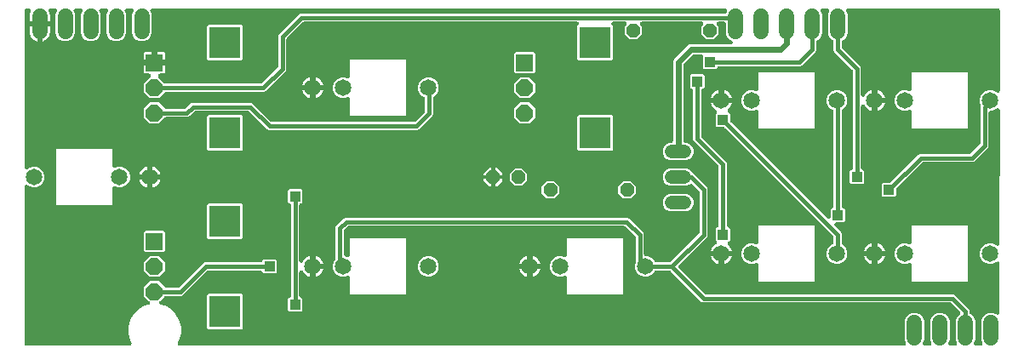
<source format=gtl>
G04 EAGLE Gerber RS-274X export*
G75*
%MOMM*%
%FSLAX34Y34*%
%LPD*%
%INTop Copper*%
%IPPOS*%
%AMOC8*
5,1,8,0,0,1.08239X$1,22.5*%
G01*
%ADD10C,1.650000*%
%ADD11R,1.676400X1.676400*%
%ADD12P,1.814519X8X202.500000*%
%ADD13R,3.116000X3.116000*%
%ADD14C,1.524000*%
%ADD15C,1.320800*%
%ADD16P,1.429621X8X22.500000*%
%ADD17P,1.429621X8X202.500000*%
%ADD18C,0.609600*%
%ADD19R,1.006400X1.006400*%
%ADD20C,0.406400*%

G36*
X114918Y10175D02*
X114918Y10175D01*
X115064Y10182D01*
X115118Y10195D01*
X115173Y10201D01*
X115313Y10244D01*
X115455Y10279D01*
X115505Y10302D01*
X115558Y10319D01*
X115686Y10388D01*
X115819Y10451D01*
X115863Y10484D01*
X115912Y10511D01*
X116024Y10604D01*
X116142Y10691D01*
X116179Y10733D01*
X116221Y10768D01*
X116313Y10882D01*
X116411Y10991D01*
X116439Y11039D01*
X116474Y11082D01*
X116541Y11212D01*
X116615Y11338D01*
X116634Y11390D01*
X116659Y11439D01*
X116699Y11580D01*
X116748Y11718D01*
X116755Y11773D01*
X116770Y11826D01*
X116782Y11972D01*
X116802Y12117D01*
X116799Y12172D01*
X116803Y12228D01*
X116786Y12373D01*
X116777Y12519D01*
X116763Y12572D01*
X116756Y12627D01*
X116711Y12766D01*
X116673Y12908D01*
X116646Y12965D01*
X116632Y13010D01*
X116590Y13083D01*
X116531Y13208D01*
X115322Y15302D01*
X113539Y21956D01*
X113539Y28844D01*
X115322Y35498D01*
X118766Y41463D01*
X123637Y46334D01*
X129602Y49778D01*
X133571Y50841D01*
X133708Y50893D01*
X133847Y50937D01*
X133896Y50964D01*
X133948Y50984D01*
X134072Y51061D01*
X134200Y51132D01*
X134242Y51168D01*
X134289Y51197D01*
X134395Y51298D01*
X134507Y51392D01*
X134541Y51436D01*
X134581Y51474D01*
X134666Y51594D01*
X134756Y51708D01*
X134781Y51758D01*
X134813Y51803D01*
X134872Y51937D01*
X134939Y52067D01*
X134953Y52121D01*
X134976Y52172D01*
X135007Y52314D01*
X135047Y52455D01*
X135051Y52510D01*
X135063Y52565D01*
X135065Y52711D01*
X135076Y52857D01*
X135069Y52912D01*
X135070Y52967D01*
X135044Y53111D01*
X135026Y53256D01*
X135008Y53309D01*
X134998Y53363D01*
X134944Y53499D01*
X134897Y53638D01*
X134870Y53686D01*
X134849Y53737D01*
X134769Y53860D01*
X134696Y53987D01*
X134655Y54035D01*
X134629Y54075D01*
X134571Y54135D01*
X134482Y54240D01*
X129135Y59586D01*
X129135Y68214D01*
X135236Y74315D01*
X143864Y74315D01*
X150019Y68160D01*
X150040Y68143D01*
X150057Y68122D01*
X150195Y68015D01*
X150330Y67905D01*
X150354Y67892D01*
X150375Y67876D01*
X150532Y67798D01*
X150686Y67716D01*
X150712Y67708D01*
X150736Y67696D01*
X150905Y67651D01*
X151072Y67601D01*
X151099Y67599D01*
X151125Y67592D01*
X151455Y67565D01*
X162575Y67565D01*
X162602Y67567D01*
X162628Y67565D01*
X162802Y67587D01*
X162976Y67605D01*
X163001Y67612D01*
X163028Y67616D01*
X163193Y67671D01*
X163360Y67723D01*
X163384Y67736D01*
X163409Y67744D01*
X163561Y67831D01*
X163715Y67915D01*
X163735Y67932D01*
X163758Y67945D01*
X164011Y68160D01*
X188198Y92346D01*
X189691Y92965D01*
X244904Y92965D01*
X244922Y92967D01*
X244940Y92965D01*
X245122Y92986D01*
X245305Y93005D01*
X245322Y93010D01*
X245339Y93012D01*
X245514Y93069D01*
X245690Y93123D01*
X245705Y93131D01*
X245722Y93137D01*
X245882Y93227D01*
X246044Y93315D01*
X246057Y93326D01*
X246073Y93335D01*
X246212Y93455D01*
X246353Y93572D01*
X246364Y93586D01*
X246378Y93598D01*
X246490Y93743D01*
X246605Y93886D01*
X246613Y93902D01*
X246624Y93916D01*
X246706Y94081D01*
X246791Y94243D01*
X246796Y94260D01*
X246804Y94276D01*
X246851Y94455D01*
X246902Y94630D01*
X246904Y94648D01*
X246908Y94665D01*
X246915Y94754D01*
X248126Y95965D01*
X259874Y95965D01*
X261065Y94774D01*
X261065Y83026D01*
X259874Y81835D01*
X248126Y81835D01*
X246911Y83051D01*
X246895Y83205D01*
X246890Y83222D01*
X246888Y83239D01*
X246831Y83414D01*
X246777Y83590D01*
X246769Y83605D01*
X246763Y83622D01*
X246673Y83782D01*
X246585Y83944D01*
X246574Y83957D01*
X246565Y83973D01*
X246445Y84112D01*
X246328Y84253D01*
X246314Y84264D01*
X246302Y84278D01*
X246157Y84390D01*
X246014Y84505D01*
X245998Y84513D01*
X245984Y84524D01*
X245819Y84606D01*
X245657Y84691D01*
X245640Y84696D01*
X245624Y84704D01*
X245445Y84751D01*
X245270Y84802D01*
X245252Y84804D01*
X245235Y84808D01*
X244904Y84835D01*
X193025Y84835D01*
X192998Y84833D01*
X192972Y84835D01*
X192798Y84813D01*
X192624Y84795D01*
X192599Y84788D01*
X192572Y84784D01*
X192407Y84729D01*
X192240Y84677D01*
X192216Y84664D01*
X192191Y84656D01*
X192039Y84569D01*
X191885Y84485D01*
X191865Y84468D01*
X191842Y84455D01*
X191589Y84240D01*
X167402Y60054D01*
X165909Y59435D01*
X150655Y59435D01*
X150629Y59433D01*
X150602Y59435D01*
X150428Y59413D01*
X150255Y59395D01*
X150229Y59388D01*
X150203Y59384D01*
X150037Y59329D01*
X149870Y59277D01*
X149846Y59264D01*
X149821Y59256D01*
X149670Y59169D01*
X149516Y59085D01*
X149495Y59068D01*
X149472Y59055D01*
X149219Y58840D01*
X144682Y54303D01*
X144589Y54190D01*
X144490Y54082D01*
X144462Y54034D01*
X144427Y53992D01*
X144358Y53863D01*
X144283Y53737D01*
X144264Y53685D01*
X144238Y53636D01*
X144196Y53496D01*
X144147Y53358D01*
X144139Y53303D01*
X144123Y53250D01*
X144110Y53104D01*
X144089Y52960D01*
X144092Y52904D01*
X144087Y52849D01*
X144103Y52703D01*
X144110Y52558D01*
X144124Y52504D01*
X144130Y52449D01*
X144174Y52309D01*
X144211Y52168D01*
X144235Y52118D01*
X144252Y52065D01*
X144323Y51937D01*
X144386Y51805D01*
X144420Y51761D01*
X144447Y51713D01*
X144541Y51601D01*
X144630Y51485D01*
X144671Y51448D01*
X144707Y51406D01*
X144822Y51315D01*
X144931Y51218D01*
X144980Y51190D01*
X145023Y51156D01*
X145153Y51090D01*
X145280Y51016D01*
X145339Y50995D01*
X145382Y50974D01*
X145463Y50951D01*
X145592Y50905D01*
X149798Y49778D01*
X155763Y46334D01*
X160634Y41463D01*
X164078Y35498D01*
X165861Y28844D01*
X165861Y21956D01*
X164078Y15302D01*
X162869Y13208D01*
X162808Y13074D01*
X162741Y12945D01*
X162726Y12891D01*
X162703Y12841D01*
X162670Y12698D01*
X162630Y12558D01*
X162625Y12502D01*
X162613Y12448D01*
X162609Y12302D01*
X162597Y12156D01*
X162603Y12101D01*
X162602Y12046D01*
X162627Y11902D01*
X162644Y11757D01*
X162661Y11704D01*
X162670Y11649D01*
X162723Y11513D01*
X162768Y11374D01*
X162796Y11325D01*
X162816Y11274D01*
X162894Y11151D01*
X162966Y11023D01*
X163003Y10981D01*
X163032Y10934D01*
X163134Y10829D01*
X163229Y10718D01*
X163273Y10685D01*
X163312Y10644D01*
X163432Y10561D01*
X163548Y10472D01*
X163597Y10447D01*
X163643Y10415D01*
X163777Y10358D01*
X163908Y10292D01*
X163962Y10278D01*
X164013Y10256D01*
X164156Y10226D01*
X164297Y10188D01*
X164360Y10183D01*
X164407Y10173D01*
X164490Y10172D01*
X164628Y10161D01*
X885018Y10161D01*
X885031Y10162D01*
X885045Y10161D01*
X885231Y10182D01*
X885419Y10201D01*
X885431Y10205D01*
X885445Y10206D01*
X885623Y10263D01*
X885804Y10319D01*
X885815Y10325D01*
X885828Y10329D01*
X885992Y10421D01*
X886158Y10511D01*
X886168Y10519D01*
X886180Y10526D01*
X886323Y10649D01*
X886467Y10768D01*
X886475Y10779D01*
X886485Y10787D01*
X886602Y10936D01*
X886719Y11082D01*
X886725Y11094D01*
X886734Y11104D01*
X886819Y11274D01*
X886905Y11439D01*
X886908Y11452D01*
X886914Y11464D01*
X886964Y11646D01*
X887016Y11826D01*
X887017Y11840D01*
X887021Y11853D01*
X887034Y12039D01*
X887049Y12228D01*
X887047Y12241D01*
X887048Y12254D01*
X887024Y12441D01*
X887002Y12627D01*
X886998Y12640D01*
X886996Y12653D01*
X886895Y12969D01*
X885697Y15860D01*
X885697Y34940D01*
X887167Y38488D01*
X889882Y41203D01*
X893430Y42673D01*
X897270Y42673D01*
X900818Y41203D01*
X903533Y38488D01*
X905003Y34940D01*
X905003Y15860D01*
X903805Y12969D01*
X903801Y12956D01*
X903795Y12945D01*
X903743Y12764D01*
X903689Y12584D01*
X903688Y12571D01*
X903684Y12558D01*
X903668Y12369D01*
X903651Y12183D01*
X903652Y12170D01*
X903651Y12156D01*
X903673Y11970D01*
X903692Y11783D01*
X903696Y11770D01*
X903698Y11757D01*
X903756Y11579D01*
X903812Y11398D01*
X903819Y11387D01*
X903823Y11374D01*
X903915Y11210D01*
X904005Y11045D01*
X904014Y11035D01*
X904021Y11023D01*
X904144Y10881D01*
X904265Y10737D01*
X904275Y10729D01*
X904284Y10718D01*
X904432Y10604D01*
X904579Y10486D01*
X904591Y10480D01*
X904602Y10472D01*
X904770Y10388D01*
X904938Y10302D01*
X904950Y10298D01*
X904962Y10292D01*
X905145Y10243D01*
X905325Y10192D01*
X905338Y10191D01*
X905351Y10188D01*
X905682Y10161D01*
X910418Y10161D01*
X910431Y10162D01*
X910445Y10161D01*
X910631Y10182D01*
X910819Y10201D01*
X910831Y10205D01*
X910845Y10206D01*
X911023Y10263D01*
X911204Y10319D01*
X911215Y10325D01*
X911228Y10329D01*
X911392Y10421D01*
X911558Y10511D01*
X911568Y10519D01*
X911580Y10526D01*
X911723Y10649D01*
X911867Y10768D01*
X911875Y10779D01*
X911885Y10787D01*
X912002Y10936D01*
X912119Y11082D01*
X912125Y11094D01*
X912134Y11104D01*
X912219Y11274D01*
X912305Y11439D01*
X912308Y11452D01*
X912314Y11464D01*
X912364Y11646D01*
X912416Y11826D01*
X912417Y11840D01*
X912421Y11853D01*
X912434Y12039D01*
X912449Y12228D01*
X912447Y12241D01*
X912448Y12254D01*
X912424Y12441D01*
X912402Y12627D01*
X912398Y12640D01*
X912396Y12653D01*
X912295Y12969D01*
X911097Y15860D01*
X911097Y34940D01*
X912567Y38488D01*
X915282Y41203D01*
X918830Y42673D01*
X922670Y42673D01*
X926218Y41203D01*
X928933Y38488D01*
X930403Y34940D01*
X930403Y15860D01*
X929205Y12969D01*
X929201Y12956D01*
X929195Y12945D01*
X929143Y12764D01*
X929089Y12584D01*
X929088Y12571D01*
X929084Y12558D01*
X929068Y12369D01*
X929051Y12183D01*
X929052Y12170D01*
X929051Y12156D01*
X929073Y11970D01*
X929092Y11783D01*
X929096Y11770D01*
X929098Y11757D01*
X929156Y11579D01*
X929212Y11398D01*
X929219Y11387D01*
X929223Y11374D01*
X929315Y11210D01*
X929405Y11045D01*
X929414Y11035D01*
X929421Y11023D01*
X929544Y10881D01*
X929665Y10737D01*
X929675Y10729D01*
X929684Y10718D01*
X929832Y10604D01*
X929979Y10486D01*
X929991Y10480D01*
X930002Y10472D01*
X930170Y10388D01*
X930338Y10302D01*
X930350Y10298D01*
X930362Y10292D01*
X930545Y10243D01*
X930725Y10192D01*
X930738Y10191D01*
X930751Y10188D01*
X931082Y10161D01*
X935818Y10161D01*
X935831Y10162D01*
X935845Y10161D01*
X936031Y10182D01*
X936219Y10201D01*
X936231Y10205D01*
X936245Y10206D01*
X936423Y10263D01*
X936604Y10319D01*
X936615Y10325D01*
X936628Y10329D01*
X936792Y10421D01*
X936958Y10511D01*
X936968Y10519D01*
X936980Y10526D01*
X937123Y10649D01*
X937267Y10768D01*
X937275Y10779D01*
X937285Y10787D01*
X937402Y10936D01*
X937519Y11082D01*
X937525Y11094D01*
X937534Y11104D01*
X937619Y11274D01*
X937705Y11439D01*
X937708Y11452D01*
X937714Y11464D01*
X937764Y11646D01*
X937816Y11826D01*
X937817Y11840D01*
X937821Y11853D01*
X937834Y12039D01*
X937849Y12228D01*
X937847Y12241D01*
X937848Y12254D01*
X937824Y12441D01*
X937802Y12627D01*
X937798Y12640D01*
X937796Y12653D01*
X937695Y12969D01*
X936497Y15860D01*
X936497Y34940D01*
X937967Y38488D01*
X940729Y41250D01*
X940740Y41264D01*
X940754Y41275D01*
X940868Y41420D01*
X940984Y41561D01*
X940992Y41577D01*
X941003Y41591D01*
X941087Y41755D01*
X941173Y41917D01*
X941178Y41934D01*
X941186Y41950D01*
X941235Y42127D01*
X941287Y42303D01*
X941289Y42321D01*
X941294Y42338D01*
X941307Y42521D01*
X941324Y42704D01*
X941322Y42722D01*
X941323Y42740D01*
X941300Y42922D01*
X941280Y43104D01*
X941275Y43121D01*
X941273Y43139D01*
X941215Y43313D01*
X941159Y43488D01*
X941150Y43504D01*
X941145Y43521D01*
X941053Y43680D01*
X940964Y43841D01*
X940953Y43854D01*
X940944Y43870D01*
X940729Y44123D01*
X932361Y52490D01*
X932341Y52507D01*
X932323Y52528D01*
X932185Y52635D01*
X932050Y52745D01*
X932026Y52758D01*
X932005Y52774D01*
X931848Y52852D01*
X931694Y52934D01*
X931669Y52942D01*
X931644Y52954D01*
X931475Y52999D01*
X931308Y53049D01*
X931282Y53051D01*
X931256Y53058D01*
X930925Y53085D01*
X684991Y53085D01*
X683498Y53704D01*
X652961Y84240D01*
X652941Y84257D01*
X652923Y84278D01*
X652785Y84385D01*
X652650Y84495D01*
X652626Y84508D01*
X652605Y84524D01*
X652448Y84602D01*
X652294Y84684D01*
X652269Y84692D01*
X652244Y84704D01*
X652075Y84749D01*
X651908Y84799D01*
X651882Y84801D01*
X651856Y84808D01*
X651525Y84835D01*
X638654Y84835D01*
X638631Y84833D01*
X638609Y84835D01*
X638432Y84813D01*
X638253Y84795D01*
X638232Y84789D01*
X638209Y84786D01*
X638040Y84730D01*
X637868Y84677D01*
X637848Y84667D01*
X637827Y84660D01*
X637672Y84571D01*
X637514Y84485D01*
X637497Y84471D01*
X637477Y84460D01*
X637342Y84342D01*
X637205Y84228D01*
X637191Y84210D01*
X637174Y84196D01*
X637064Y84053D01*
X636952Y83914D01*
X636942Y83894D01*
X636928Y83876D01*
X636777Y83581D01*
X636567Y83075D01*
X633675Y80183D01*
X629895Y78617D01*
X625805Y78617D01*
X622025Y80183D01*
X619133Y83075D01*
X617567Y86855D01*
X617567Y90945D01*
X618303Y92722D01*
X618311Y92748D01*
X618323Y92772D01*
X618369Y92940D01*
X618420Y93108D01*
X618422Y93135D01*
X618429Y93160D01*
X618441Y93334D01*
X618458Y93509D01*
X618455Y93535D01*
X618457Y93562D01*
X618434Y93735D01*
X618416Y93909D01*
X618408Y93935D01*
X618405Y93961D01*
X618303Y94277D01*
X618214Y94493D01*
X618209Y94577D01*
X618199Y94617D01*
X618195Y94649D01*
X618187Y94675D01*
X618231Y95318D01*
X618229Y95376D01*
X618235Y95455D01*
X618235Y118015D01*
X618230Y118073D01*
X618232Y118131D01*
X618210Y118273D01*
X618195Y118416D01*
X618178Y118471D01*
X618169Y118528D01*
X618119Y118663D01*
X618077Y118801D01*
X618050Y118852D01*
X618030Y118906D01*
X617954Y119028D01*
X617885Y119155D01*
X617849Y119199D01*
X617818Y119248D01*
X617679Y119403D01*
X617628Y119464D01*
X617612Y119476D01*
X617596Y119495D01*
X607775Y128733D01*
X607617Y128855D01*
X607463Y128974D01*
X607459Y128976D01*
X607456Y128979D01*
X607278Y129067D01*
X607103Y129154D01*
X607099Y129155D01*
X607095Y129157D01*
X606906Y129206D01*
X606714Y129258D01*
X606709Y129259D01*
X606705Y129260D01*
X606675Y129261D01*
X606383Y129285D01*
X332725Y129285D01*
X332698Y129283D01*
X332672Y129285D01*
X332498Y129263D01*
X332324Y129245D01*
X332299Y129238D01*
X332272Y129234D01*
X332107Y129179D01*
X331940Y129127D01*
X331916Y129114D01*
X331891Y129106D01*
X331739Y129019D01*
X331585Y128935D01*
X331565Y128918D01*
X331542Y128905D01*
X331289Y128690D01*
X328510Y125911D01*
X328493Y125891D01*
X328472Y125873D01*
X328365Y125735D01*
X328255Y125600D01*
X328242Y125576D01*
X328226Y125555D01*
X328148Y125398D01*
X328066Y125244D01*
X328058Y125219D01*
X328046Y125194D01*
X328001Y125025D01*
X327951Y124858D01*
X327949Y124832D01*
X327942Y124806D01*
X327915Y124475D01*
X327915Y100988D01*
X327917Y100965D01*
X327915Y100943D01*
X327937Y100766D01*
X327955Y100587D01*
X327961Y100566D01*
X327964Y100543D01*
X328020Y100374D01*
X328073Y100202D01*
X328083Y100182D01*
X328090Y100161D01*
X328179Y100005D01*
X328265Y99848D01*
X328279Y99831D01*
X328290Y99812D01*
X328408Y99676D01*
X328522Y99539D01*
X328540Y99525D01*
X328554Y99508D01*
X328697Y99398D01*
X328836Y99286D01*
X328856Y99276D01*
X328873Y99263D01*
X329169Y99111D01*
X331141Y98294D01*
X331154Y98290D01*
X331165Y98284D01*
X331346Y98232D01*
X331526Y98178D01*
X331539Y98176D01*
X331552Y98173D01*
X331740Y98157D01*
X331927Y98140D01*
X331940Y98141D01*
X331954Y98140D01*
X332141Y98162D01*
X332327Y98181D01*
X332340Y98185D01*
X332353Y98187D01*
X332533Y98245D01*
X332712Y98301D01*
X332723Y98307D01*
X332736Y98312D01*
X332901Y98404D01*
X333065Y98494D01*
X333075Y98503D01*
X333087Y98509D01*
X333229Y98632D01*
X333373Y98753D01*
X333381Y98764D01*
X333392Y98773D01*
X333507Y98921D01*
X333624Y99068D01*
X333630Y99080D01*
X333638Y99091D01*
X333722Y99259D01*
X333808Y99426D01*
X333812Y99439D01*
X333818Y99451D01*
X333867Y99634D01*
X333918Y99814D01*
X333919Y99827D01*
X333922Y99840D01*
X333949Y100171D01*
X333949Y116900D01*
X333950Y116901D01*
X389950Y116901D01*
X389951Y116900D01*
X389951Y60900D01*
X389950Y60899D01*
X333950Y60899D01*
X333949Y60900D01*
X333949Y77629D01*
X333948Y77643D01*
X333949Y77656D01*
X333928Y77842D01*
X333909Y78030D01*
X333905Y78043D01*
X333904Y78056D01*
X333846Y78235D01*
X333791Y78415D01*
X333785Y78427D01*
X333781Y78439D01*
X333689Y78604D01*
X333599Y78769D01*
X333591Y78779D01*
X333584Y78791D01*
X333462Y78934D01*
X333342Y79078D01*
X333331Y79086D01*
X333323Y79097D01*
X333174Y79213D01*
X333028Y79330D01*
X333016Y79337D01*
X333006Y79345D01*
X332837Y79429D01*
X332671Y79516D01*
X332658Y79520D01*
X332646Y79526D01*
X332465Y79575D01*
X332284Y79627D01*
X332270Y79628D01*
X332257Y79632D01*
X332069Y79645D01*
X331882Y79660D01*
X331869Y79659D01*
X331856Y79660D01*
X331668Y79635D01*
X331483Y79613D01*
X331470Y79609D01*
X331457Y79607D01*
X331141Y79506D01*
X328995Y78617D01*
X324905Y78617D01*
X321125Y80183D01*
X318233Y83075D01*
X316667Y86855D01*
X316667Y90945D01*
X318233Y94725D01*
X319190Y95682D01*
X319207Y95703D01*
X319228Y95721D01*
X319335Y95858D01*
X319445Y95994D01*
X319458Y96017D01*
X319474Y96039D01*
X319552Y96196D01*
X319634Y96350D01*
X319642Y96375D01*
X319654Y96399D01*
X319699Y96569D01*
X319749Y96735D01*
X319751Y96762D01*
X319758Y96788D01*
X319785Y97119D01*
X319785Y127809D01*
X320404Y129302D01*
X327898Y136796D01*
X329391Y137415D01*
X608707Y137415D01*
X608734Y137417D01*
X608769Y137416D01*
X609549Y137439D01*
X610269Y137141D01*
X610296Y137133D01*
X610327Y137118D01*
X611057Y136842D01*
X611608Y136290D01*
X611630Y136273D01*
X611653Y136247D01*
X624272Y124375D01*
X624273Y124375D01*
X624432Y124252D01*
X624492Y124206D01*
X625108Y123590D01*
X625129Y123573D01*
X625153Y123547D01*
X625721Y123012D01*
X626020Y122292D01*
X626032Y122268D01*
X626044Y122235D01*
X626365Y121523D01*
X626365Y120743D01*
X626367Y120716D01*
X626366Y120681D01*
X626391Y119854D01*
X626365Y119534D01*
X626365Y101214D01*
X626367Y101196D01*
X626365Y101178D01*
X626386Y100996D01*
X626405Y100813D01*
X626410Y100796D01*
X626412Y100779D01*
X626469Y100604D01*
X626523Y100428D01*
X626531Y100413D01*
X626537Y100396D01*
X626627Y100236D01*
X626715Y100074D01*
X626726Y100061D01*
X626735Y100045D01*
X626855Y99906D01*
X626972Y99765D01*
X626986Y99754D01*
X626998Y99740D01*
X627143Y99628D01*
X627286Y99513D01*
X627302Y99505D01*
X627316Y99494D01*
X627481Y99412D01*
X627643Y99327D01*
X627660Y99322D01*
X627676Y99314D01*
X627855Y99267D01*
X628030Y99216D01*
X628048Y99214D01*
X628065Y99210D01*
X628396Y99183D01*
X629895Y99183D01*
X633675Y97617D01*
X636567Y94725D01*
X636777Y94219D01*
X636787Y94199D01*
X636794Y94178D01*
X636883Y94022D01*
X636967Y93864D01*
X636981Y93847D01*
X636992Y93827D01*
X637109Y93691D01*
X637223Y93553D01*
X637241Y93539D01*
X637255Y93522D01*
X637396Y93413D01*
X637536Y93300D01*
X637556Y93289D01*
X637573Y93276D01*
X637734Y93196D01*
X637893Y93113D01*
X637914Y93106D01*
X637934Y93096D01*
X638107Y93050D01*
X638279Y93000D01*
X638301Y92998D01*
X638323Y92992D01*
X638654Y92965D01*
X651525Y92965D01*
X651552Y92967D01*
X651578Y92965D01*
X651752Y92987D01*
X651926Y93005D01*
X651951Y93012D01*
X651978Y93016D01*
X652143Y93071D01*
X652310Y93123D01*
X652334Y93136D01*
X652359Y93144D01*
X652511Y93231D01*
X652665Y93315D01*
X652685Y93332D01*
X652708Y93345D01*
X652961Y93560D01*
X681140Y121739D01*
X681157Y121759D01*
X681178Y121777D01*
X681285Y121915D01*
X681395Y122050D01*
X681408Y122074D01*
X681424Y122095D01*
X681502Y122252D01*
X681584Y122406D01*
X681592Y122431D01*
X681604Y122456D01*
X681649Y122625D01*
X681699Y122792D01*
X681701Y122818D01*
X681708Y122844D01*
X681735Y123175D01*
X681735Y162575D01*
X681733Y162602D01*
X681735Y162628D01*
X681713Y162802D01*
X681695Y162976D01*
X681688Y163001D01*
X681684Y163028D01*
X681629Y163193D01*
X681577Y163360D01*
X681564Y163384D01*
X681556Y163409D01*
X681469Y163561D01*
X681385Y163715D01*
X681368Y163735D01*
X681355Y163758D01*
X681140Y164011D01*
X674721Y170430D01*
X674707Y170442D01*
X674696Y170455D01*
X674552Y170569D01*
X674410Y170685D01*
X674394Y170694D01*
X674380Y170705D01*
X674217Y170788D01*
X674054Y170874D01*
X674037Y170879D01*
X674021Y170887D01*
X673845Y170936D01*
X673668Y170989D01*
X673650Y170991D01*
X673633Y170995D01*
X673451Y171009D01*
X673267Y171025D01*
X673249Y171023D01*
X673231Y171025D01*
X673050Y171002D01*
X672867Y170982D01*
X672850Y170976D01*
X672832Y170974D01*
X672658Y170916D01*
X672483Y170860D01*
X672467Y170852D01*
X672450Y170846D01*
X672291Y170754D01*
X672131Y170666D01*
X672117Y170654D01*
X672101Y170645D01*
X671913Y170485D01*
X668722Y169163D01*
X652078Y169163D01*
X648904Y170478D01*
X646474Y172908D01*
X645159Y176082D01*
X645159Y179518D01*
X646474Y182692D01*
X648904Y185122D01*
X652078Y186437D01*
X668722Y186437D01*
X671896Y185122D01*
X674326Y182692D01*
X674504Y182262D01*
X674517Y182238D01*
X674525Y182213D01*
X674611Y182062D01*
X674694Y181907D01*
X674711Y181886D01*
X674725Y181863D01*
X674839Y181732D01*
X674951Y181597D01*
X674972Y181580D01*
X674989Y181560D01*
X675128Y181453D01*
X675263Y181343D01*
X675287Y181331D01*
X675308Y181314D01*
X675362Y181287D01*
X689246Y167402D01*
X689865Y165909D01*
X689865Y119841D01*
X689246Y118348D01*
X661235Y90336D01*
X661223Y90322D01*
X661210Y90311D01*
X661096Y90167D01*
X660980Y90025D01*
X660971Y90009D01*
X660960Y89995D01*
X660877Y89831D01*
X660791Y89669D01*
X660786Y89652D01*
X660778Y89636D01*
X660728Y89459D01*
X660676Y89283D01*
X660675Y89265D01*
X660670Y89248D01*
X660656Y89065D01*
X660640Y88882D01*
X660642Y88864D01*
X660640Y88847D01*
X660663Y88665D01*
X660683Y88482D01*
X660689Y88465D01*
X660691Y88447D01*
X660749Y88274D01*
X660805Y88098D01*
X660813Y88082D01*
X660819Y88066D01*
X660911Y87906D01*
X661000Y87746D01*
X661011Y87732D01*
X661020Y87717D01*
X661235Y87464D01*
X686889Y61810D01*
X686909Y61793D01*
X686927Y61772D01*
X687065Y61665D01*
X687200Y61555D01*
X687224Y61542D01*
X687245Y61526D01*
X687402Y61448D01*
X687556Y61366D01*
X687581Y61358D01*
X687606Y61346D01*
X687775Y61301D01*
X687942Y61251D01*
X687968Y61249D01*
X687994Y61242D01*
X688325Y61215D01*
X934259Y61215D01*
X935752Y60596D01*
X949596Y46752D01*
X950215Y45259D01*
X950215Y43142D01*
X950217Y43119D01*
X950215Y43097D01*
X950237Y42920D01*
X950255Y42741D01*
X950261Y42720D01*
X950264Y42697D01*
X950320Y42528D01*
X950373Y42356D01*
X950383Y42336D01*
X950390Y42315D01*
X950479Y42160D01*
X950565Y42002D01*
X950579Y41985D01*
X950590Y41966D01*
X950707Y41831D01*
X950822Y41693D01*
X950840Y41679D01*
X950854Y41662D01*
X950996Y41553D01*
X951136Y41440D01*
X951156Y41430D01*
X951174Y41417D01*
X951469Y41265D01*
X951618Y41203D01*
X954333Y38488D01*
X955803Y34940D01*
X955803Y15860D01*
X954605Y12969D01*
X954601Y12956D01*
X954595Y12945D01*
X954543Y12764D01*
X954489Y12584D01*
X954488Y12571D01*
X954484Y12558D01*
X954468Y12369D01*
X954451Y12183D01*
X954452Y12170D01*
X954451Y12156D01*
X954473Y11970D01*
X954492Y11783D01*
X954496Y11770D01*
X954498Y11757D01*
X954556Y11579D01*
X954612Y11398D01*
X954619Y11387D01*
X954623Y11374D01*
X954715Y11210D01*
X954805Y11045D01*
X954814Y11035D01*
X954821Y11023D01*
X954944Y10881D01*
X955065Y10737D01*
X955075Y10729D01*
X955084Y10718D01*
X955232Y10604D01*
X955379Y10486D01*
X955391Y10480D01*
X955402Y10472D01*
X955570Y10388D01*
X955738Y10302D01*
X955750Y10298D01*
X955762Y10292D01*
X955945Y10243D01*
X956125Y10192D01*
X956138Y10191D01*
X956151Y10188D01*
X956482Y10161D01*
X961218Y10161D01*
X961231Y10162D01*
X961245Y10161D01*
X961431Y10182D01*
X961619Y10201D01*
X961631Y10205D01*
X961645Y10206D01*
X961824Y10264D01*
X962004Y10319D01*
X962015Y10325D01*
X962028Y10329D01*
X962193Y10421D01*
X962358Y10511D01*
X962368Y10519D01*
X962380Y10526D01*
X962522Y10648D01*
X962667Y10768D01*
X962675Y10779D01*
X962685Y10787D01*
X962801Y10935D01*
X962919Y11082D01*
X962925Y11094D01*
X962934Y11104D01*
X963018Y11273D01*
X963105Y11439D01*
X963108Y11452D01*
X963114Y11464D01*
X963164Y11645D01*
X963216Y11826D01*
X963217Y11840D01*
X963221Y11853D01*
X963234Y12041D01*
X963249Y12228D01*
X963247Y12241D01*
X963248Y12254D01*
X963224Y12442D01*
X963202Y12627D01*
X963198Y12640D01*
X963196Y12653D01*
X963095Y12969D01*
X961897Y15860D01*
X961897Y34940D01*
X963367Y38488D01*
X966082Y41203D01*
X969630Y42673D01*
X973470Y42673D01*
X977127Y41158D01*
X977293Y41072D01*
X977463Y40982D01*
X977471Y40979D01*
X977478Y40975D01*
X977665Y40922D01*
X977849Y40867D01*
X977857Y40866D01*
X977865Y40864D01*
X978057Y40848D01*
X978250Y40830D01*
X978258Y40831D01*
X978267Y40831D01*
X978457Y40853D01*
X978650Y40874D01*
X978658Y40876D01*
X978666Y40877D01*
X978849Y40937D01*
X979034Y40995D01*
X979041Y40999D01*
X979049Y41002D01*
X979217Y41097D01*
X979386Y41190D01*
X979393Y41195D01*
X979400Y41200D01*
X979546Y41325D01*
X979693Y41451D01*
X979699Y41457D01*
X979705Y41463D01*
X979823Y41615D01*
X979943Y41766D01*
X979947Y41774D01*
X979952Y41781D01*
X980038Y41954D01*
X980125Y42125D01*
X980128Y42133D01*
X980131Y42141D01*
X980182Y42328D01*
X980233Y42513D01*
X980234Y42522D01*
X980236Y42530D01*
X980263Y42860D01*
X980291Y91694D01*
X980290Y91703D01*
X980291Y91713D01*
X980270Y91906D01*
X980251Y92094D01*
X980248Y92103D01*
X980247Y92113D01*
X980189Y92298D01*
X980133Y92479D01*
X980129Y92488D01*
X980126Y92497D01*
X980033Y92664D01*
X979942Y92834D01*
X979936Y92841D01*
X979931Y92849D01*
X979808Y92995D01*
X979684Y93143D01*
X979677Y93149D01*
X979671Y93156D01*
X979519Y93276D01*
X979371Y93396D01*
X979362Y93400D01*
X979355Y93406D01*
X979184Y93492D01*
X979013Y93581D01*
X979004Y93584D01*
X978996Y93588D01*
X978810Y93640D01*
X978626Y93693D01*
X978617Y93694D01*
X978608Y93696D01*
X978416Y93710D01*
X978225Y93726D01*
X978216Y93725D01*
X978206Y93726D01*
X978016Y93701D01*
X977825Y93679D01*
X977816Y93676D01*
X977807Y93675D01*
X977625Y93614D01*
X977442Y93555D01*
X977434Y93550D01*
X977425Y93547D01*
X977258Y93451D01*
X977092Y93357D01*
X977085Y93351D01*
X977076Y93346D01*
X976823Y93131D01*
X976575Y92883D01*
X972795Y91317D01*
X968705Y91317D01*
X964925Y92883D01*
X962033Y95775D01*
X960467Y99555D01*
X960467Y103645D01*
X962033Y107425D01*
X964925Y110317D01*
X968705Y111883D01*
X972795Y111883D01*
X976575Y110317D01*
X976834Y110058D01*
X976841Y110052D01*
X976846Y110046D01*
X976997Y109925D01*
X977146Y109803D01*
X977153Y109799D01*
X977160Y109793D01*
X977331Y109704D01*
X977502Y109614D01*
X977510Y109611D01*
X977517Y109608D01*
X977701Y109555D01*
X977887Y109499D01*
X977896Y109498D01*
X977904Y109496D01*
X978095Y109480D01*
X978288Y109463D01*
X978297Y109464D01*
X978305Y109463D01*
X978497Y109485D01*
X978689Y109506D01*
X978697Y109509D01*
X978705Y109510D01*
X978888Y109569D01*
X979073Y109628D01*
X979080Y109632D01*
X979088Y109634D01*
X979256Y109729D01*
X979425Y109822D01*
X979431Y109828D01*
X979439Y109832D01*
X979584Y109957D01*
X979732Y110083D01*
X979737Y110089D01*
X979743Y110095D01*
X979861Y110246D01*
X979982Y110399D01*
X979985Y110406D01*
X979990Y110413D01*
X980077Y110586D01*
X980164Y110758D01*
X980166Y110766D01*
X980170Y110773D01*
X980221Y110962D01*
X980272Y111146D01*
X980272Y111154D01*
X980275Y111162D01*
X980302Y111493D01*
X980377Y244180D01*
X980376Y244189D01*
X980377Y244199D01*
X980356Y244389D01*
X980337Y244580D01*
X980334Y244589D01*
X980333Y244599D01*
X980275Y244782D01*
X980219Y244965D01*
X980214Y244974D01*
X980212Y244983D01*
X980119Y245150D01*
X980027Y245319D01*
X980021Y245327D01*
X980017Y245335D01*
X979894Y245480D01*
X979770Y245629D01*
X979762Y245635D01*
X979756Y245642D01*
X979606Y245761D01*
X979456Y245881D01*
X979448Y245886D01*
X979440Y245892D01*
X979269Y245979D01*
X979099Y246067D01*
X979090Y246070D01*
X979081Y246074D01*
X978897Y246125D01*
X978712Y246179D01*
X978703Y246179D01*
X978694Y246182D01*
X978502Y246196D01*
X978311Y246212D01*
X978302Y246211D01*
X978292Y246211D01*
X978102Y246187D01*
X977911Y246165D01*
X977902Y246162D01*
X977893Y246161D01*
X977711Y246100D01*
X977528Y246040D01*
X977520Y246036D01*
X977511Y246033D01*
X977344Y245936D01*
X977177Y245843D01*
X977170Y245837D01*
X977162Y245832D01*
X976909Y245617D01*
X976575Y245283D01*
X972795Y243717D01*
X971296Y243717D01*
X971278Y243715D01*
X971260Y243717D01*
X971078Y243696D01*
X970895Y243677D01*
X970878Y243672D01*
X970861Y243670D01*
X970686Y243613D01*
X970510Y243559D01*
X970495Y243551D01*
X970478Y243545D01*
X970318Y243455D01*
X970156Y243367D01*
X970143Y243356D01*
X970127Y243347D01*
X969988Y243227D01*
X969847Y243110D01*
X969836Y243096D01*
X969822Y243084D01*
X969710Y242939D01*
X969595Y242796D01*
X969587Y242780D01*
X969576Y242766D01*
X969494Y242601D01*
X969409Y242439D01*
X969404Y242422D01*
X969396Y242406D01*
X969349Y242227D01*
X969298Y242052D01*
X969296Y242034D01*
X969292Y242017D01*
X969265Y241686D01*
X969265Y208741D01*
X968646Y207248D01*
X954802Y193404D01*
X953309Y192785D01*
X904225Y192785D01*
X904198Y192783D01*
X904172Y192785D01*
X903998Y192763D01*
X903824Y192745D01*
X903799Y192738D01*
X903772Y192734D01*
X903607Y192679D01*
X903440Y192627D01*
X903416Y192614D01*
X903391Y192606D01*
X903239Y192519D01*
X903085Y192435D01*
X903065Y192418D01*
X903042Y192405D01*
X902789Y192190D01*
X877610Y167011D01*
X877593Y166991D01*
X877572Y166973D01*
X877465Y166835D01*
X877355Y166700D01*
X877342Y166676D01*
X877326Y166655D01*
X877248Y166498D01*
X877166Y166344D01*
X877158Y166319D01*
X877146Y166294D01*
X877101Y166125D01*
X877051Y165958D01*
X877049Y165932D01*
X877042Y165906D01*
X877015Y165575D01*
X877015Y159226D01*
X875824Y158035D01*
X864076Y158035D01*
X862885Y159226D01*
X862885Y170974D01*
X864076Y172165D01*
X870425Y172165D01*
X870452Y172167D01*
X870478Y172165D01*
X870652Y172187D01*
X870826Y172205D01*
X870851Y172212D01*
X870878Y172216D01*
X871043Y172271D01*
X871210Y172323D01*
X871234Y172336D01*
X871259Y172344D01*
X871411Y172431D01*
X871565Y172515D01*
X871585Y172532D01*
X871608Y172545D01*
X871861Y172760D01*
X899398Y200296D01*
X900891Y200915D01*
X949975Y200915D01*
X950002Y200917D01*
X950028Y200915D01*
X950202Y200937D01*
X950376Y200955D01*
X950401Y200962D01*
X950428Y200966D01*
X950593Y201021D01*
X950760Y201073D01*
X950784Y201086D01*
X950809Y201094D01*
X950961Y201181D01*
X951115Y201265D01*
X951135Y201282D01*
X951158Y201295D01*
X951411Y201510D01*
X960540Y210639D01*
X960557Y210659D01*
X960578Y210677D01*
X960685Y210815D01*
X960795Y210950D01*
X960808Y210974D01*
X960824Y210995D01*
X960902Y211152D01*
X960984Y211306D01*
X960992Y211331D01*
X961004Y211356D01*
X961049Y211525D01*
X961099Y211692D01*
X961101Y211718D01*
X961108Y211744D01*
X961135Y212075D01*
X961135Y247445D01*
X961130Y247503D01*
X961131Y247582D01*
X961086Y248240D01*
X961108Y248320D01*
X961112Y248362D01*
X961119Y248394D01*
X961120Y248421D01*
X961203Y248623D01*
X961211Y248649D01*
X961223Y248672D01*
X961269Y248841D01*
X961320Y249008D01*
X961322Y249035D01*
X961329Y249061D01*
X961341Y249236D01*
X961358Y249409D01*
X961355Y249436D01*
X961357Y249462D01*
X961334Y249636D01*
X961316Y249810D01*
X961308Y249835D01*
X961305Y249862D01*
X961203Y250178D01*
X960467Y251955D01*
X960467Y256045D01*
X962033Y259825D01*
X964925Y262717D01*
X968565Y264225D01*
X968705Y264283D01*
X972795Y264283D01*
X976575Y262717D01*
X976920Y262372D01*
X976927Y262367D01*
X976932Y262360D01*
X977082Y262239D01*
X977232Y262117D01*
X977239Y262113D01*
X977245Y262108D01*
X977415Y262020D01*
X977587Y261928D01*
X977595Y261926D01*
X977603Y261922D01*
X977787Y261869D01*
X977973Y261813D01*
X977982Y261813D01*
X977990Y261810D01*
X978180Y261795D01*
X978374Y261777D01*
X978382Y261778D01*
X978391Y261777D01*
X978582Y261800D01*
X978774Y261820D01*
X978782Y261823D01*
X978791Y261824D01*
X978974Y261884D01*
X979158Y261942D01*
X979166Y261946D01*
X979174Y261949D01*
X979342Y262043D01*
X979511Y262137D01*
X979517Y262142D01*
X979524Y262146D01*
X979670Y262272D01*
X979818Y262397D01*
X979823Y262404D01*
X979829Y262409D01*
X979948Y262562D01*
X980067Y262713D01*
X980071Y262721D01*
X980076Y262727D01*
X980163Y262902D01*
X980250Y263072D01*
X980252Y263080D01*
X980256Y263088D01*
X980306Y263276D01*
X980358Y263460D01*
X980358Y263468D01*
X980360Y263476D01*
X980388Y263807D01*
X980432Y343407D01*
X980431Y343425D01*
X980432Y343444D01*
X980411Y343626D01*
X980393Y343808D01*
X980387Y343825D01*
X980385Y343843D01*
X980328Y344018D01*
X980275Y344192D01*
X980266Y344209D01*
X980260Y344226D01*
X980170Y344386D01*
X980083Y344547D01*
X980071Y344561D01*
X980062Y344577D01*
X979943Y344715D01*
X979826Y344856D01*
X979811Y344868D01*
X979799Y344882D01*
X979655Y344994D01*
X979512Y345109D01*
X979496Y345117D01*
X979481Y345128D01*
X979317Y345210D01*
X979155Y345294D01*
X979137Y345299D01*
X979121Y345308D01*
X978943Y345355D01*
X978768Y345406D01*
X978750Y345407D01*
X978732Y345412D01*
X978401Y345439D01*
X829482Y345439D01*
X829469Y345438D01*
X829455Y345439D01*
X829269Y345418D01*
X829081Y345399D01*
X829069Y345395D01*
X829055Y345394D01*
X828876Y345336D01*
X828696Y345281D01*
X828685Y345275D01*
X828672Y345271D01*
X828507Y345179D01*
X828342Y345089D01*
X828332Y345081D01*
X828320Y345074D01*
X828178Y344952D01*
X828033Y344832D01*
X828025Y344821D01*
X828015Y344813D01*
X827899Y344665D01*
X827781Y344518D01*
X827775Y344506D01*
X827766Y344496D01*
X827682Y344327D01*
X827595Y344161D01*
X827592Y344148D01*
X827586Y344136D01*
X827536Y343955D01*
X827484Y343774D01*
X827483Y343760D01*
X827479Y343747D01*
X827466Y343559D01*
X827451Y343372D01*
X827453Y343359D01*
X827452Y343346D01*
X827476Y343158D01*
X827498Y342973D01*
X827502Y342960D01*
X827504Y342947D01*
X827605Y342631D01*
X828803Y339740D01*
X828803Y320660D01*
X827333Y317112D01*
X824618Y314397D01*
X824469Y314335D01*
X824449Y314325D01*
X824428Y314318D01*
X824272Y314229D01*
X824114Y314145D01*
X824097Y314131D01*
X824077Y314120D01*
X823942Y314003D01*
X823803Y313888D01*
X823789Y313871D01*
X823772Y313857D01*
X823663Y313715D01*
X823550Y313576D01*
X823539Y313556D01*
X823526Y313538D01*
X823446Y313378D01*
X823363Y313219D01*
X823356Y313198D01*
X823346Y313178D01*
X823300Y313005D01*
X823250Y312833D01*
X823248Y312811D01*
X823242Y312789D01*
X823215Y312458D01*
X823215Y307325D01*
X823217Y307298D01*
X823215Y307272D01*
X823237Y307098D01*
X823255Y306924D01*
X823262Y306899D01*
X823266Y306872D01*
X823321Y306707D01*
X823373Y306540D01*
X823386Y306516D01*
X823394Y306491D01*
X823481Y306339D01*
X823565Y306185D01*
X823582Y306165D01*
X823595Y306142D01*
X823810Y305889D01*
X841646Y288052D01*
X842265Y286559D01*
X842265Y259763D01*
X842277Y259637D01*
X842280Y259511D01*
X842297Y259437D01*
X842305Y259362D01*
X842342Y259242D01*
X842370Y259118D01*
X842401Y259050D01*
X842423Y258978D01*
X842483Y258866D01*
X842535Y258751D01*
X842579Y258690D01*
X842615Y258624D01*
X842695Y258527D01*
X842769Y258424D01*
X842824Y258372D01*
X842872Y258314D01*
X842971Y258235D01*
X843063Y258149D01*
X843127Y258109D01*
X843186Y258062D01*
X843298Y258004D01*
X843406Y257937D01*
X843477Y257911D01*
X843543Y257876D01*
X843665Y257841D01*
X843783Y257798D01*
X843858Y257786D01*
X843930Y257765D01*
X844056Y257755D01*
X844181Y257735D01*
X844256Y257738D01*
X844332Y257732D01*
X844457Y257747D01*
X844583Y257752D01*
X844657Y257770D01*
X844731Y257779D01*
X844851Y257818D01*
X844974Y257848D01*
X845042Y257881D01*
X845114Y257904D01*
X845224Y257966D01*
X845339Y258020D01*
X845399Y258065D01*
X845465Y258102D01*
X845560Y258184D01*
X845662Y258260D01*
X845712Y258316D01*
X845769Y258365D01*
X845847Y258465D01*
X845932Y258559D01*
X845978Y258633D01*
X846016Y258683D01*
X846049Y258749D01*
X846106Y258841D01*
X846521Y259656D01*
X847519Y261030D01*
X848720Y262231D01*
X850094Y263229D01*
X851608Y264000D01*
X853001Y264453D01*
X853001Y254718D01*
X853002Y254700D01*
X853001Y254683D01*
X853022Y254500D01*
X853041Y254318D01*
X853046Y254301D01*
X853048Y254283D01*
X853105Y254108D01*
X853136Y254008D01*
X853132Y254001D01*
X853084Y253823D01*
X853034Y253648D01*
X853032Y253630D01*
X853028Y253613D01*
X853001Y253282D01*
X853001Y243547D01*
X851608Y244000D01*
X850094Y244771D01*
X848720Y245769D01*
X847519Y246970D01*
X846521Y248344D01*
X846106Y249159D01*
X846038Y249265D01*
X845977Y249376D01*
X845929Y249434D01*
X845888Y249498D01*
X845801Y249589D01*
X845720Y249686D01*
X845661Y249733D01*
X845608Y249787D01*
X845504Y249859D01*
X845406Y249938D01*
X845339Y249973D01*
X845277Y250016D01*
X845160Y250066D01*
X845049Y250124D01*
X844976Y250144D01*
X844907Y250174D01*
X844783Y250200D01*
X844662Y250235D01*
X844587Y250241D01*
X844513Y250257D01*
X844386Y250258D01*
X844260Y250268D01*
X844185Y250259D01*
X844110Y250260D01*
X843986Y250236D01*
X843861Y250221D01*
X843789Y250198D01*
X843715Y250183D01*
X843598Y250135D01*
X843478Y250096D01*
X843412Y250059D01*
X843342Y250030D01*
X843237Y249960D01*
X843127Y249898D01*
X843070Y249849D01*
X843007Y249807D01*
X842918Y249718D01*
X842822Y249635D01*
X842776Y249575D01*
X842723Y249522D01*
X842653Y249417D01*
X842576Y249317D01*
X842542Y249249D01*
X842500Y249187D01*
X842453Y249070D01*
X842396Y248956D01*
X842377Y248883D01*
X842348Y248814D01*
X842325Y248690D01*
X842292Y248568D01*
X842285Y248480D01*
X842273Y248418D01*
X842274Y248345D01*
X842265Y248237D01*
X842265Y186896D01*
X842267Y186878D01*
X842265Y186860D01*
X842286Y186678D01*
X842305Y186495D01*
X842310Y186478D01*
X842312Y186461D01*
X842369Y186286D01*
X842423Y186110D01*
X842431Y186095D01*
X842437Y186078D01*
X842527Y185918D01*
X842615Y185756D01*
X842626Y185743D01*
X842635Y185727D01*
X842755Y185588D01*
X842872Y185447D01*
X842886Y185436D01*
X842898Y185422D01*
X843043Y185310D01*
X843186Y185195D01*
X843202Y185187D01*
X843216Y185176D01*
X843381Y185094D01*
X843543Y185009D01*
X843560Y185004D01*
X843576Y184996D01*
X843755Y184949D01*
X843930Y184898D01*
X843948Y184896D01*
X843965Y184892D01*
X844054Y184885D01*
X845265Y183674D01*
X845265Y171926D01*
X844074Y170735D01*
X832326Y170735D01*
X831135Y171926D01*
X831135Y183674D01*
X832351Y184889D01*
X832505Y184905D01*
X832522Y184910D01*
X832539Y184912D01*
X832714Y184969D01*
X832890Y185023D01*
X832905Y185031D01*
X832922Y185037D01*
X833082Y185127D01*
X833244Y185215D01*
X833257Y185226D01*
X833273Y185235D01*
X833412Y185355D01*
X833553Y185472D01*
X833564Y185486D01*
X833578Y185498D01*
X833690Y185643D01*
X833805Y185786D01*
X833813Y185802D01*
X833824Y185816D01*
X833906Y185981D01*
X833991Y186143D01*
X833996Y186160D01*
X834004Y186176D01*
X834051Y186355D01*
X834102Y186530D01*
X834104Y186548D01*
X834108Y186565D01*
X834135Y186896D01*
X834135Y283225D01*
X834133Y283252D01*
X834135Y283278D01*
X834113Y283452D01*
X834095Y283626D01*
X834088Y283651D01*
X834084Y283678D01*
X834029Y283843D01*
X833977Y284010D01*
X833964Y284034D01*
X833956Y284059D01*
X833869Y284211D01*
X833785Y284365D01*
X833768Y284385D01*
X833755Y284408D01*
X833540Y284661D01*
X815704Y302498D01*
X815085Y303991D01*
X815085Y312458D01*
X815083Y312481D01*
X815085Y312503D01*
X815063Y312680D01*
X815045Y312859D01*
X815039Y312880D01*
X815036Y312903D01*
X814980Y313072D01*
X814927Y313244D01*
X814917Y313264D01*
X814910Y313285D01*
X814821Y313440D01*
X814735Y313598D01*
X814721Y313615D01*
X814710Y313634D01*
X814593Y313769D01*
X814478Y313907D01*
X814460Y313921D01*
X814446Y313938D01*
X814304Y314047D01*
X814164Y314160D01*
X814144Y314170D01*
X814126Y314183D01*
X813831Y314335D01*
X813682Y314397D01*
X810967Y317112D01*
X809497Y320660D01*
X809497Y339740D01*
X810695Y342631D01*
X810699Y342644D01*
X810705Y342655D01*
X810756Y342835D01*
X810811Y343016D01*
X810812Y343029D01*
X810816Y343042D01*
X810831Y343230D01*
X810849Y343417D01*
X810848Y343430D01*
X810849Y343444D01*
X810827Y343630D01*
X810808Y343817D01*
X810804Y343830D01*
X810802Y343843D01*
X810744Y344022D01*
X810688Y344202D01*
X810681Y344213D01*
X810677Y344226D01*
X810584Y344391D01*
X810494Y344555D01*
X810486Y344565D01*
X810479Y344577D01*
X810356Y344719D01*
X810235Y344863D01*
X810225Y344871D01*
X810216Y344882D01*
X810068Y344997D01*
X809920Y345114D01*
X809909Y345120D01*
X809898Y345128D01*
X809729Y345212D01*
X809562Y345298D01*
X809550Y345302D01*
X809537Y345308D01*
X809355Y345357D01*
X809175Y345408D01*
X809162Y345409D01*
X809149Y345412D01*
X808818Y345439D01*
X804082Y345439D01*
X804069Y345438D01*
X804055Y345439D01*
X803869Y345418D01*
X803681Y345399D01*
X803669Y345395D01*
X803655Y345394D01*
X803476Y345336D01*
X803296Y345281D01*
X803285Y345275D01*
X803272Y345271D01*
X803107Y345179D01*
X802942Y345089D01*
X802932Y345081D01*
X802920Y345074D01*
X802778Y344952D01*
X802633Y344832D01*
X802625Y344821D01*
X802615Y344813D01*
X802499Y344665D01*
X802381Y344518D01*
X802375Y344506D01*
X802366Y344496D01*
X802282Y344327D01*
X802195Y344161D01*
X802192Y344148D01*
X802186Y344136D01*
X802136Y343955D01*
X802084Y343774D01*
X802083Y343760D01*
X802079Y343747D01*
X802066Y343559D01*
X802051Y343372D01*
X802053Y343359D01*
X802052Y343346D01*
X802076Y343158D01*
X802098Y342973D01*
X802102Y342960D01*
X802104Y342947D01*
X802205Y342631D01*
X803403Y339740D01*
X803403Y320660D01*
X801933Y317112D01*
X799218Y314397D01*
X799069Y314335D01*
X799049Y314325D01*
X799028Y314318D01*
X798872Y314229D01*
X798714Y314145D01*
X798697Y314131D01*
X798677Y314120D01*
X798542Y314003D01*
X798403Y313888D01*
X798389Y313871D01*
X798372Y313857D01*
X798263Y313715D01*
X798150Y313576D01*
X798139Y313556D01*
X798126Y313538D01*
X798046Y313378D01*
X797963Y313219D01*
X797956Y313198D01*
X797946Y313178D01*
X797900Y313005D01*
X797850Y312833D01*
X797848Y312811D01*
X797842Y312789D01*
X797815Y312458D01*
X797815Y303991D01*
X797196Y302498D01*
X783352Y288654D01*
X781859Y288035D01*
X701246Y288035D01*
X701228Y288033D01*
X701210Y288035D01*
X701028Y288014D01*
X700845Y287995D01*
X700828Y287990D01*
X700811Y287988D01*
X700636Y287931D01*
X700460Y287877D01*
X700445Y287869D01*
X700428Y287863D01*
X700268Y287773D01*
X700106Y287685D01*
X700093Y287674D01*
X700077Y287665D01*
X699938Y287545D01*
X699797Y287428D01*
X699786Y287414D01*
X699772Y287402D01*
X699660Y287257D01*
X699545Y287114D01*
X699537Y287098D01*
X699526Y287084D01*
X699444Y286919D01*
X699359Y286757D01*
X699354Y286740D01*
X699346Y286724D01*
X699299Y286545D01*
X699248Y286370D01*
X699246Y286352D01*
X699242Y286335D01*
X699235Y286246D01*
X698024Y285035D01*
X686276Y285035D01*
X685085Y286226D01*
X685085Y297688D01*
X685083Y297706D01*
X685085Y297724D01*
X685064Y297906D01*
X685045Y298089D01*
X685040Y298106D01*
X685038Y298123D01*
X684981Y298298D01*
X684927Y298474D01*
X684919Y298489D01*
X684913Y298506D01*
X684823Y298666D01*
X684735Y298828D01*
X684724Y298841D01*
X684715Y298857D01*
X684595Y298996D01*
X684478Y299137D01*
X684464Y299148D01*
X684452Y299162D01*
X684307Y299274D01*
X684164Y299389D01*
X684148Y299397D01*
X684134Y299408D01*
X683969Y299490D01*
X683807Y299575D01*
X683790Y299580D01*
X683774Y299588D01*
X683595Y299635D01*
X683420Y299686D01*
X683402Y299688D01*
X683385Y299692D01*
X683054Y299719D01*
X676046Y299719D01*
X676019Y299717D01*
X675993Y299719D01*
X675819Y299697D01*
X675645Y299679D01*
X675620Y299672D01*
X675593Y299668D01*
X675427Y299613D01*
X675260Y299561D01*
X675237Y299548D01*
X675211Y299540D01*
X675060Y299453D01*
X674906Y299369D01*
X674886Y299352D01*
X674863Y299339D01*
X674610Y299124D01*
X666076Y290590D01*
X666059Y290570D01*
X666038Y290552D01*
X665931Y290414D01*
X665821Y290279D01*
X665808Y290255D01*
X665792Y290234D01*
X665714Y290077D01*
X665632Y289923D01*
X665624Y289898D01*
X665612Y289874D01*
X665567Y289704D01*
X665517Y289537D01*
X665515Y289511D01*
X665508Y289485D01*
X665481Y289154D01*
X665481Y213868D01*
X665483Y213850D01*
X665481Y213832D01*
X665502Y213650D01*
X665521Y213467D01*
X665526Y213450D01*
X665528Y213433D01*
X665585Y213258D01*
X665639Y213082D01*
X665647Y213067D01*
X665653Y213050D01*
X665743Y212890D01*
X665831Y212728D01*
X665842Y212715D01*
X665851Y212699D01*
X665971Y212560D01*
X666088Y212419D01*
X666102Y212408D01*
X666114Y212394D01*
X666259Y212282D01*
X666402Y212167D01*
X666418Y212159D01*
X666432Y212148D01*
X666597Y212066D01*
X666759Y211981D01*
X666776Y211976D01*
X666792Y211968D01*
X666971Y211921D01*
X667146Y211870D01*
X667164Y211868D01*
X667181Y211864D01*
X667512Y211837D01*
X668722Y211837D01*
X671896Y210522D01*
X674326Y208092D01*
X675641Y204918D01*
X675641Y201482D01*
X674326Y198308D01*
X671896Y195878D01*
X668722Y194563D01*
X652078Y194563D01*
X648904Y195878D01*
X646474Y198308D01*
X645159Y201482D01*
X645159Y204918D01*
X646474Y208092D01*
X648904Y210522D01*
X652078Y211837D01*
X653288Y211837D01*
X653306Y211839D01*
X653324Y211837D01*
X653506Y211858D01*
X653689Y211877D01*
X653706Y211882D01*
X653723Y211884D01*
X653898Y211941D01*
X654074Y211995D01*
X654089Y212003D01*
X654106Y212009D01*
X654266Y212099D01*
X654428Y212187D01*
X654441Y212198D01*
X654457Y212207D01*
X654596Y212327D01*
X654737Y212444D01*
X654748Y212458D01*
X654762Y212470D01*
X654874Y212615D01*
X654989Y212758D01*
X654997Y212774D01*
X655008Y212788D01*
X655090Y212953D01*
X655175Y213115D01*
X655180Y213132D01*
X655188Y213148D01*
X655235Y213326D01*
X655286Y213502D01*
X655288Y213520D01*
X655292Y213537D01*
X655319Y213868D01*
X655319Y293111D01*
X656093Y294978D01*
X670222Y309107D01*
X672089Y309881D01*
X712773Y309881D01*
X712778Y309881D01*
X712782Y309881D01*
X712976Y309901D01*
X713174Y309921D01*
X713178Y309922D01*
X713183Y309922D01*
X713370Y309981D01*
X713559Y310039D01*
X713563Y310041D01*
X713567Y310042D01*
X713742Y310138D01*
X713913Y310231D01*
X713916Y310233D01*
X713920Y310236D01*
X714073Y310364D01*
X714222Y310488D01*
X714225Y310492D01*
X714228Y310495D01*
X714353Y310651D01*
X714474Y310802D01*
X714476Y310806D01*
X714479Y310809D01*
X714572Y310990D01*
X714660Y311159D01*
X714661Y311164D01*
X714663Y311168D01*
X714716Y311356D01*
X714771Y311546D01*
X714772Y311551D01*
X714773Y311555D01*
X714788Y311746D01*
X714804Y311948D01*
X714804Y311952D01*
X714804Y311956D01*
X714780Y312150D01*
X714757Y312347D01*
X714756Y312352D01*
X714755Y312356D01*
X714694Y312540D01*
X714632Y312730D01*
X714630Y312734D01*
X714629Y312738D01*
X714533Y312906D01*
X714434Y313081D01*
X714432Y313084D01*
X714429Y313088D01*
X714303Y313233D01*
X714171Y313385D01*
X714168Y313388D01*
X714165Y313392D01*
X714008Y313512D01*
X713853Y313632D01*
X713849Y313634D01*
X713846Y313637D01*
X713551Y313789D01*
X712082Y314397D01*
X709367Y317112D01*
X707897Y320660D01*
X707897Y330454D01*
X707895Y330472D01*
X707897Y330490D01*
X707876Y330672D01*
X707857Y330855D01*
X707852Y330872D01*
X707850Y330889D01*
X707793Y331064D01*
X707739Y331240D01*
X707731Y331255D01*
X707725Y331272D01*
X707635Y331432D01*
X707547Y331594D01*
X707536Y331607D01*
X707527Y331623D01*
X707407Y331762D01*
X707290Y331903D01*
X707276Y331914D01*
X707264Y331928D01*
X707119Y332040D01*
X706976Y332155D01*
X706960Y332163D01*
X706946Y332174D01*
X706781Y332256D01*
X706619Y332341D01*
X706602Y332346D01*
X706586Y332354D01*
X706407Y332401D01*
X706232Y332452D01*
X706214Y332454D01*
X706197Y332458D01*
X705866Y332485D01*
X700633Y332485D01*
X700624Y332484D01*
X700615Y332485D01*
X700423Y332464D01*
X700232Y332445D01*
X700224Y332443D01*
X700215Y332442D01*
X700032Y332384D01*
X699847Y332327D01*
X699839Y332323D01*
X699831Y332320D01*
X699662Y332227D01*
X699493Y332135D01*
X699486Y332130D01*
X699479Y332125D01*
X699331Y332000D01*
X699184Y331878D01*
X699178Y331871D01*
X699172Y331865D01*
X699052Y331713D01*
X698932Y331564D01*
X698928Y331556D01*
X698922Y331549D01*
X698835Y331377D01*
X698746Y331207D01*
X698744Y331198D01*
X698740Y331190D01*
X698688Y331004D01*
X698635Y330820D01*
X698634Y330811D01*
X698632Y330802D01*
X698617Y330610D01*
X698602Y330418D01*
X698603Y330410D01*
X698602Y330401D01*
X698627Y330208D01*
X698649Y330019D01*
X698651Y330010D01*
X698653Y330001D01*
X698714Y329818D01*
X698774Y329636D01*
X698778Y329628D01*
X698781Y329620D01*
X698877Y329452D01*
X698971Y329285D01*
X698977Y329278D01*
X698982Y329271D01*
X699196Y329018D01*
X700787Y327427D01*
X700787Y320273D01*
X695727Y315213D01*
X688573Y315213D01*
X683513Y320273D01*
X683513Y327427D01*
X685104Y329018D01*
X685109Y329025D01*
X685116Y329030D01*
X685236Y329180D01*
X685359Y329329D01*
X685363Y329337D01*
X685368Y329344D01*
X685457Y329514D01*
X685547Y329685D01*
X685550Y329694D01*
X685554Y329701D01*
X685607Y329885D01*
X685662Y330071D01*
X685663Y330080D01*
X685665Y330088D01*
X685681Y330279D01*
X685698Y330472D01*
X685697Y330481D01*
X685698Y330490D01*
X685676Y330679D01*
X685655Y330872D01*
X685652Y330881D01*
X685651Y330889D01*
X685592Y331071D01*
X685534Y331256D01*
X685529Y331264D01*
X685526Y331272D01*
X685431Y331441D01*
X685339Y331608D01*
X685333Y331615D01*
X685329Y331623D01*
X685203Y331769D01*
X685078Y331915D01*
X685071Y331921D01*
X685065Y331928D01*
X684914Y332045D01*
X684762Y332165D01*
X684754Y332169D01*
X684747Y332174D01*
X684575Y332260D01*
X684403Y332347D01*
X684395Y332350D01*
X684387Y332354D01*
X684201Y332404D01*
X684015Y332455D01*
X684007Y332456D01*
X683998Y332458D01*
X683667Y332485D01*
X624433Y332485D01*
X624424Y332484D01*
X624415Y332485D01*
X624223Y332464D01*
X624032Y332445D01*
X624024Y332443D01*
X624015Y332442D01*
X623832Y332384D01*
X623647Y332327D01*
X623639Y332323D01*
X623631Y332320D01*
X623462Y332227D01*
X623293Y332135D01*
X623286Y332130D01*
X623279Y332125D01*
X623131Y332000D01*
X622984Y331878D01*
X622978Y331871D01*
X622972Y331865D01*
X622852Y331713D01*
X622732Y331564D01*
X622728Y331556D01*
X622722Y331549D01*
X622635Y331377D01*
X622546Y331207D01*
X622544Y331198D01*
X622540Y331190D01*
X622488Y331004D01*
X622435Y330820D01*
X622434Y330811D01*
X622432Y330802D01*
X622417Y330610D01*
X622402Y330418D01*
X622403Y330410D01*
X622402Y330401D01*
X622427Y330208D01*
X622449Y330019D01*
X622451Y330010D01*
X622453Y330001D01*
X622514Y329818D01*
X622574Y329636D01*
X622578Y329628D01*
X622581Y329620D01*
X622677Y329452D01*
X622771Y329285D01*
X622777Y329278D01*
X622782Y329271D01*
X622996Y329018D01*
X624587Y327427D01*
X624587Y320273D01*
X619527Y315213D01*
X612373Y315213D01*
X607313Y320273D01*
X607313Y327427D01*
X608904Y329018D01*
X608909Y329025D01*
X608916Y329030D01*
X609036Y329180D01*
X609159Y329329D01*
X609163Y329337D01*
X609168Y329344D01*
X609257Y329514D01*
X609347Y329685D01*
X609350Y329694D01*
X609354Y329701D01*
X609407Y329885D01*
X609462Y330071D01*
X609463Y330080D01*
X609465Y330088D01*
X609481Y330279D01*
X609498Y330472D01*
X609497Y330481D01*
X609498Y330490D01*
X609476Y330679D01*
X609455Y330872D01*
X609452Y330881D01*
X609451Y330889D01*
X609392Y331071D01*
X609334Y331256D01*
X609329Y331264D01*
X609326Y331272D01*
X609231Y331441D01*
X609139Y331608D01*
X609133Y331615D01*
X609129Y331623D01*
X609003Y331769D01*
X608878Y331915D01*
X608871Y331921D01*
X608865Y331928D01*
X608714Y332045D01*
X608562Y332165D01*
X608554Y332169D01*
X608547Y332174D01*
X608375Y332260D01*
X608203Y332347D01*
X608195Y332350D01*
X608187Y332354D01*
X608001Y332404D01*
X607815Y332455D01*
X607807Y332456D01*
X607798Y332458D01*
X607467Y332485D01*
X596003Y332485D01*
X595994Y332484D01*
X595986Y332485D01*
X595794Y332464D01*
X595603Y332445D01*
X595594Y332443D01*
X595585Y332442D01*
X595403Y332384D01*
X595218Y332327D01*
X595210Y332323D01*
X595201Y332320D01*
X595033Y332227D01*
X594864Y332135D01*
X594857Y332130D01*
X594849Y332125D01*
X594701Y332000D01*
X594554Y331878D01*
X594549Y331871D01*
X594542Y331865D01*
X594422Y331713D01*
X594302Y331564D01*
X594298Y331556D01*
X594292Y331549D01*
X594205Y331377D01*
X594117Y331207D01*
X594114Y331198D01*
X594110Y331190D01*
X594058Y331004D01*
X594005Y330820D01*
X594005Y330811D01*
X594002Y330802D01*
X593988Y330610D01*
X593972Y330418D01*
X593973Y330410D01*
X593973Y330401D01*
X593997Y330208D01*
X594019Y330019D01*
X594022Y330010D01*
X594023Y330001D01*
X594085Y329818D01*
X594144Y329636D01*
X594149Y329628D01*
X594151Y329620D01*
X594248Y329452D01*
X594342Y329285D01*
X594348Y329278D01*
X594352Y329271D01*
X594567Y329018D01*
X595463Y328122D01*
X595463Y295278D01*
X594272Y294087D01*
X561428Y294087D01*
X560237Y295278D01*
X560237Y328122D01*
X561133Y329018D01*
X561139Y329025D01*
X561146Y329030D01*
X561267Y329181D01*
X561388Y329329D01*
X561392Y329337D01*
X561398Y329344D01*
X561486Y329514D01*
X561577Y329685D01*
X561579Y329694D01*
X561583Y329701D01*
X561636Y329885D01*
X561691Y330071D01*
X561692Y330080D01*
X561695Y330088D01*
X561710Y330279D01*
X561728Y330472D01*
X561727Y330481D01*
X561728Y330490D01*
X561705Y330679D01*
X561684Y330872D01*
X561682Y330881D01*
X561681Y330889D01*
X561621Y331071D01*
X561563Y331256D01*
X561559Y331264D01*
X561556Y331272D01*
X561462Y331439D01*
X561368Y331608D01*
X561362Y331615D01*
X561358Y331623D01*
X561233Y331768D01*
X561108Y331915D01*
X561101Y331921D01*
X561095Y331928D01*
X560944Y332044D01*
X560792Y332165D01*
X560784Y332169D01*
X560777Y332174D01*
X560606Y332259D01*
X560433Y332347D01*
X560424Y332350D01*
X560416Y332354D01*
X560231Y332403D01*
X560045Y332455D01*
X560036Y332456D01*
X560027Y332458D01*
X559697Y332485D01*
X288275Y332485D01*
X288248Y332483D01*
X288222Y332485D01*
X288048Y332463D01*
X287874Y332445D01*
X287849Y332438D01*
X287822Y332434D01*
X287657Y332379D01*
X287490Y332327D01*
X287466Y332314D01*
X287441Y332306D01*
X287289Y332219D01*
X287135Y332135D01*
X287115Y332118D01*
X287092Y332105D01*
X286839Y331890D01*
X271360Y316411D01*
X271343Y316391D01*
X271322Y316373D01*
X271215Y316235D01*
X271105Y316100D01*
X271092Y316076D01*
X271076Y316055D01*
X270998Y315898D01*
X270916Y315744D01*
X270908Y315719D01*
X270896Y315694D01*
X270851Y315525D01*
X270801Y315358D01*
X270799Y315332D01*
X270792Y315306D01*
X270765Y314975D01*
X270765Y284941D01*
X270146Y283448D01*
X249952Y263254D01*
X248459Y262635D01*
X151055Y262635D01*
X151029Y262633D01*
X151002Y262635D01*
X150828Y262613D01*
X150655Y262595D01*
X150629Y262588D01*
X150603Y262584D01*
X150437Y262529D01*
X150270Y262477D01*
X150246Y262464D01*
X150221Y262456D01*
X150069Y262369D01*
X149916Y262285D01*
X149895Y262268D01*
X149872Y262255D01*
X149619Y262040D01*
X143864Y256285D01*
X135236Y256285D01*
X129135Y262386D01*
X129135Y271014D01*
X135431Y277310D01*
X135437Y277317D01*
X135444Y277322D01*
X135564Y277472D01*
X135686Y277621D01*
X135690Y277629D01*
X135696Y277636D01*
X135784Y277806D01*
X135875Y277977D01*
X135877Y277986D01*
X135881Y277993D01*
X135935Y278178D01*
X135990Y278363D01*
X135990Y278372D01*
X135993Y278380D01*
X136008Y278570D01*
X136026Y278764D01*
X136025Y278773D01*
X136026Y278782D01*
X136004Y278970D01*
X135983Y279164D01*
X135980Y279173D01*
X135979Y279181D01*
X135919Y279363D01*
X135861Y279548D01*
X135857Y279556D01*
X135854Y279564D01*
X135759Y279733D01*
X135666Y279900D01*
X135660Y279907D01*
X135656Y279915D01*
X135530Y280061D01*
X135406Y280207D01*
X135399Y280213D01*
X135393Y280220D01*
X135241Y280337D01*
X135090Y280457D01*
X135082Y280461D01*
X135075Y280466D01*
X134903Y280552D01*
X134731Y280639D01*
X134722Y280642D01*
X134714Y280646D01*
X134528Y280696D01*
X134343Y280747D01*
X134334Y280748D01*
X134325Y280750D01*
X133995Y280777D01*
X130833Y280777D01*
X130187Y280950D01*
X129608Y281285D01*
X129135Y281758D01*
X128800Y282337D01*
X128627Y282983D01*
X128627Y288951D01*
X138832Y288951D01*
X138850Y288952D01*
X138867Y288951D01*
X139050Y288972D01*
X139232Y288991D01*
X139249Y288996D01*
X139267Y288998D01*
X139442Y289055D01*
X139542Y289086D01*
X139549Y289082D01*
X139727Y289034D01*
X139902Y288984D01*
X139920Y288982D01*
X139937Y288978D01*
X140268Y288951D01*
X150473Y288951D01*
X150473Y282983D01*
X150300Y282337D01*
X149965Y281758D01*
X149492Y281285D01*
X148913Y280950D01*
X148267Y280777D01*
X145105Y280777D01*
X145096Y280776D01*
X145087Y280777D01*
X144896Y280756D01*
X144705Y280737D01*
X144696Y280735D01*
X144687Y280734D01*
X144505Y280676D01*
X144320Y280619D01*
X144312Y280615D01*
X144303Y280612D01*
X144134Y280518D01*
X143966Y280427D01*
X143959Y280422D01*
X143951Y280417D01*
X143804Y280293D01*
X143656Y280170D01*
X143651Y280163D01*
X143644Y280157D01*
X143525Y280006D01*
X143404Y279856D01*
X143400Y279848D01*
X143394Y279841D01*
X143307Y279668D01*
X143219Y279499D01*
X143216Y279490D01*
X143212Y279482D01*
X143160Y279296D01*
X143107Y279112D01*
X143106Y279103D01*
X143104Y279094D01*
X143090Y278901D01*
X143074Y278710D01*
X143075Y278702D01*
X143075Y278693D01*
X143099Y278500D01*
X143121Y278311D01*
X143124Y278302D01*
X143125Y278293D01*
X143186Y278110D01*
X143246Y277928D01*
X143250Y277920D01*
X143253Y277912D01*
X143349Y277745D01*
X143444Y277577D01*
X143450Y277570D01*
X143454Y277563D01*
X143669Y277310D01*
X149619Y271360D01*
X149640Y271343D01*
X149657Y271322D01*
X149795Y271215D01*
X149930Y271105D01*
X149954Y271092D01*
X149975Y271076D01*
X150132Y270998D01*
X150286Y270916D01*
X150312Y270908D01*
X150336Y270896D01*
X150505Y270851D01*
X150672Y270801D01*
X150699Y270799D01*
X150725Y270792D01*
X151055Y270765D01*
X245125Y270765D01*
X245152Y270767D01*
X245178Y270765D01*
X245352Y270787D01*
X245526Y270805D01*
X245551Y270812D01*
X245578Y270816D01*
X245743Y270871D01*
X245910Y270923D01*
X245934Y270936D01*
X245959Y270944D01*
X246111Y271031D01*
X246265Y271115D01*
X246285Y271132D01*
X246308Y271145D01*
X246561Y271360D01*
X262040Y286839D01*
X262057Y286859D01*
X262078Y286877D01*
X262185Y287015D01*
X262295Y287150D01*
X262308Y287174D01*
X262324Y287195D01*
X262402Y287352D01*
X262484Y287506D01*
X262492Y287531D01*
X262504Y287556D01*
X262549Y287725D01*
X262599Y287892D01*
X262601Y287918D01*
X262608Y287944D01*
X262635Y288275D01*
X262635Y318309D01*
X263254Y319802D01*
X283448Y339996D01*
X284941Y340615D01*
X706902Y340615D01*
X706925Y340617D01*
X706947Y340615D01*
X707125Y340637D01*
X707303Y340655D01*
X707324Y340661D01*
X707346Y340664D01*
X707517Y340720D01*
X707688Y340773D01*
X707708Y340783D01*
X707729Y340790D01*
X707884Y340879D01*
X708042Y340965D01*
X708059Y340979D01*
X708078Y340990D01*
X708214Y341108D01*
X708351Y341222D01*
X708365Y341240D01*
X708382Y341254D01*
X708491Y341397D01*
X708604Y341536D01*
X708614Y341556D01*
X708627Y341573D01*
X708779Y341869D01*
X709095Y342631D01*
X709099Y342644D01*
X709105Y342655D01*
X709156Y342835D01*
X709211Y343016D01*
X709212Y343029D01*
X709216Y343042D01*
X709232Y343231D01*
X709249Y343417D01*
X709248Y343430D01*
X709249Y343444D01*
X709227Y343630D01*
X709208Y343817D01*
X709204Y343830D01*
X709202Y343843D01*
X709144Y344021D01*
X709088Y344202D01*
X709081Y344213D01*
X709077Y344226D01*
X708985Y344390D01*
X708895Y344555D01*
X708886Y344565D01*
X708879Y344577D01*
X708756Y344719D01*
X708635Y344863D01*
X708625Y344871D01*
X708616Y344882D01*
X708468Y344996D01*
X708321Y345114D01*
X708309Y345120D01*
X708298Y345128D01*
X708130Y345212D01*
X707962Y345298D01*
X707950Y345302D01*
X707938Y345308D01*
X707755Y345357D01*
X707575Y345408D01*
X707562Y345409D01*
X707549Y345412D01*
X707218Y345439D01*
X137332Y345439D01*
X137319Y345438D01*
X137305Y345439D01*
X137119Y345418D01*
X136931Y345399D01*
X136919Y345395D01*
X136905Y345394D01*
X136727Y345337D01*
X136546Y345281D01*
X136535Y345275D01*
X136522Y345271D01*
X136358Y345179D01*
X136192Y345089D01*
X136182Y345081D01*
X136170Y345074D01*
X136027Y344951D01*
X135883Y344832D01*
X135875Y344821D01*
X135865Y344813D01*
X135748Y344664D01*
X135631Y344518D01*
X135625Y344506D01*
X135616Y344496D01*
X135531Y344326D01*
X135445Y344161D01*
X135442Y344148D01*
X135436Y344136D01*
X135386Y343954D01*
X135334Y343774D01*
X135333Y343760D01*
X135329Y343747D01*
X135316Y343561D01*
X135301Y343372D01*
X135303Y343359D01*
X135302Y343346D01*
X135326Y343159D01*
X135348Y342973D01*
X135352Y342960D01*
X135354Y342947D01*
X135455Y342631D01*
X136653Y339740D01*
X136653Y320660D01*
X135183Y317112D01*
X132468Y314397D01*
X128920Y312927D01*
X125080Y312927D01*
X121532Y314397D01*
X118817Y317112D01*
X117347Y320660D01*
X117347Y339740D01*
X118545Y342631D01*
X118549Y342644D01*
X118555Y342655D01*
X118606Y342835D01*
X118661Y343016D01*
X118662Y343029D01*
X118666Y343042D01*
X118682Y343231D01*
X118699Y343417D01*
X118698Y343430D01*
X118699Y343444D01*
X118677Y343630D01*
X118658Y343817D01*
X118654Y343830D01*
X118652Y343843D01*
X118594Y344021D01*
X118538Y344202D01*
X118531Y344213D01*
X118527Y344226D01*
X118435Y344390D01*
X118345Y344555D01*
X118336Y344565D01*
X118329Y344577D01*
X118206Y344719D01*
X118085Y344863D01*
X118075Y344871D01*
X118066Y344882D01*
X117918Y344996D01*
X117771Y345114D01*
X117759Y345120D01*
X117748Y345128D01*
X117580Y345212D01*
X117412Y345298D01*
X117400Y345302D01*
X117388Y345308D01*
X117205Y345357D01*
X117025Y345408D01*
X117012Y345409D01*
X116999Y345412D01*
X116668Y345439D01*
X111932Y345439D01*
X111919Y345438D01*
X111905Y345439D01*
X111719Y345418D01*
X111531Y345399D01*
X111519Y345395D01*
X111505Y345394D01*
X111327Y345337D01*
X111146Y345281D01*
X111135Y345275D01*
X111122Y345271D01*
X110958Y345179D01*
X110792Y345089D01*
X110782Y345081D01*
X110770Y345074D01*
X110627Y344951D01*
X110483Y344832D01*
X110475Y344821D01*
X110465Y344813D01*
X110348Y344664D01*
X110231Y344518D01*
X110225Y344506D01*
X110216Y344496D01*
X110131Y344326D01*
X110045Y344161D01*
X110042Y344148D01*
X110036Y344136D01*
X109986Y343954D01*
X109934Y343774D01*
X109933Y343760D01*
X109929Y343747D01*
X109916Y343561D01*
X109901Y343372D01*
X109903Y343359D01*
X109902Y343346D01*
X109926Y343159D01*
X109948Y342973D01*
X109952Y342960D01*
X109954Y342947D01*
X110055Y342631D01*
X111253Y339740D01*
X111253Y320660D01*
X109783Y317112D01*
X107068Y314397D01*
X103520Y312927D01*
X99680Y312927D01*
X96132Y314397D01*
X93417Y317112D01*
X91947Y320660D01*
X91947Y339740D01*
X93145Y342631D01*
X93149Y342644D01*
X93155Y342655D01*
X93206Y342835D01*
X93261Y343016D01*
X93262Y343029D01*
X93266Y343042D01*
X93282Y343231D01*
X93299Y343417D01*
X93298Y343430D01*
X93299Y343444D01*
X93277Y343630D01*
X93258Y343817D01*
X93254Y343830D01*
X93252Y343843D01*
X93194Y344021D01*
X93138Y344202D01*
X93131Y344213D01*
X93127Y344226D01*
X93035Y344390D01*
X92945Y344555D01*
X92936Y344565D01*
X92929Y344577D01*
X92806Y344719D01*
X92685Y344863D01*
X92675Y344871D01*
X92666Y344882D01*
X92518Y344996D01*
X92371Y345114D01*
X92359Y345120D01*
X92348Y345128D01*
X92180Y345212D01*
X92012Y345298D01*
X92000Y345302D01*
X91988Y345308D01*
X91805Y345357D01*
X91625Y345408D01*
X91612Y345409D01*
X91599Y345412D01*
X91268Y345439D01*
X86532Y345439D01*
X86519Y345438D01*
X86505Y345439D01*
X86319Y345418D01*
X86131Y345399D01*
X86119Y345395D01*
X86105Y345394D01*
X85927Y345337D01*
X85746Y345281D01*
X85735Y345275D01*
X85722Y345271D01*
X85558Y345179D01*
X85392Y345089D01*
X85382Y345081D01*
X85370Y345074D01*
X85227Y344951D01*
X85083Y344832D01*
X85075Y344821D01*
X85065Y344813D01*
X84948Y344664D01*
X84831Y344518D01*
X84825Y344506D01*
X84816Y344496D01*
X84731Y344326D01*
X84645Y344161D01*
X84642Y344148D01*
X84636Y344136D01*
X84586Y343954D01*
X84534Y343774D01*
X84533Y343760D01*
X84529Y343747D01*
X84516Y343561D01*
X84501Y343372D01*
X84503Y343359D01*
X84502Y343346D01*
X84526Y343159D01*
X84548Y342973D01*
X84552Y342960D01*
X84554Y342947D01*
X84655Y342631D01*
X85853Y339740D01*
X85853Y320660D01*
X84383Y317112D01*
X81668Y314397D01*
X78120Y312927D01*
X74280Y312927D01*
X70732Y314397D01*
X68017Y317112D01*
X66547Y320660D01*
X66547Y339740D01*
X67745Y342631D01*
X67749Y342644D01*
X67755Y342655D01*
X67806Y342835D01*
X67861Y343016D01*
X67862Y343029D01*
X67866Y343042D01*
X67882Y343231D01*
X67899Y343417D01*
X67898Y343430D01*
X67899Y343444D01*
X67877Y343630D01*
X67858Y343817D01*
X67854Y343830D01*
X67852Y343843D01*
X67794Y344021D01*
X67738Y344202D01*
X67731Y344213D01*
X67727Y344226D01*
X67635Y344390D01*
X67545Y344555D01*
X67536Y344565D01*
X67529Y344577D01*
X67406Y344719D01*
X67285Y344863D01*
X67275Y344871D01*
X67266Y344882D01*
X67118Y344996D01*
X66971Y345114D01*
X66959Y345120D01*
X66948Y345128D01*
X66780Y345212D01*
X66612Y345298D01*
X66600Y345302D01*
X66588Y345308D01*
X66405Y345357D01*
X66225Y345408D01*
X66212Y345409D01*
X66199Y345412D01*
X65868Y345439D01*
X61132Y345439D01*
X61119Y345438D01*
X61105Y345439D01*
X60919Y345418D01*
X60731Y345399D01*
X60719Y345395D01*
X60705Y345394D01*
X60527Y345337D01*
X60346Y345281D01*
X60335Y345275D01*
X60322Y345271D01*
X60158Y345179D01*
X59992Y345089D01*
X59982Y345081D01*
X59970Y345074D01*
X59827Y344951D01*
X59683Y344832D01*
X59675Y344821D01*
X59665Y344813D01*
X59548Y344664D01*
X59431Y344518D01*
X59425Y344506D01*
X59416Y344496D01*
X59331Y344326D01*
X59245Y344161D01*
X59242Y344148D01*
X59236Y344136D01*
X59186Y343954D01*
X59134Y343774D01*
X59133Y343760D01*
X59129Y343747D01*
X59116Y343561D01*
X59101Y343372D01*
X59103Y343359D01*
X59102Y343346D01*
X59126Y343159D01*
X59148Y342973D01*
X59152Y342960D01*
X59154Y342947D01*
X59255Y342631D01*
X60453Y339740D01*
X60453Y320660D01*
X58983Y317112D01*
X56268Y314397D01*
X52720Y312927D01*
X48880Y312927D01*
X45332Y314397D01*
X42617Y317112D01*
X41147Y320660D01*
X41147Y339740D01*
X42345Y342631D01*
X42349Y342644D01*
X42355Y342655D01*
X42406Y342835D01*
X42461Y343016D01*
X42462Y343029D01*
X42466Y343042D01*
X42482Y343231D01*
X42499Y343417D01*
X42498Y343430D01*
X42499Y343444D01*
X42477Y343630D01*
X42458Y343817D01*
X42454Y343830D01*
X42452Y343843D01*
X42394Y344021D01*
X42338Y344202D01*
X42331Y344213D01*
X42327Y344226D01*
X42235Y344390D01*
X42145Y344555D01*
X42136Y344565D01*
X42129Y344577D01*
X42006Y344719D01*
X41885Y344863D01*
X41875Y344871D01*
X41866Y344882D01*
X41718Y344996D01*
X41571Y345114D01*
X41559Y345120D01*
X41548Y345128D01*
X41380Y345212D01*
X41212Y345298D01*
X41200Y345302D01*
X41188Y345308D01*
X41005Y345357D01*
X40825Y345408D01*
X40812Y345409D01*
X40799Y345412D01*
X40468Y345439D01*
X36236Y345439D01*
X36143Y345430D01*
X36050Y345431D01*
X35943Y345410D01*
X35835Y345399D01*
X35746Y345372D01*
X35655Y345354D01*
X35554Y345313D01*
X35451Y345281D01*
X35369Y345237D01*
X35282Y345201D01*
X35192Y345141D01*
X35097Y345089D01*
X35025Y345030D01*
X34947Y344978D01*
X34871Y344901D01*
X34787Y344832D01*
X34729Y344759D01*
X34663Y344693D01*
X34603Y344603D01*
X34535Y344518D01*
X34492Y344435D01*
X34440Y344358D01*
X34399Y344257D01*
X34349Y344161D01*
X34324Y344071D01*
X34288Y343985D01*
X34268Y343878D01*
X34238Y343774D01*
X34230Y343681D01*
X34213Y343589D01*
X34214Y343481D01*
X34205Y343372D01*
X34216Y343280D01*
X34217Y343187D01*
X34239Y343080D01*
X34252Y342973D01*
X34281Y342884D01*
X34300Y342793D01*
X34351Y342669D01*
X34377Y342590D01*
X34401Y342547D01*
X34426Y342486D01*
X34816Y341720D01*
X35311Y340199D01*
X35561Y338620D01*
X35561Y332739D01*
X25908Y332739D01*
X25890Y332737D01*
X25873Y332739D01*
X25690Y332718D01*
X25508Y332699D01*
X25491Y332694D01*
X25473Y332692D01*
X25395Y332667D01*
X25258Y332706D01*
X25240Y332708D01*
X25223Y332712D01*
X24892Y332739D01*
X15239Y332739D01*
X15239Y338620D01*
X15489Y340199D01*
X15984Y341720D01*
X16374Y342486D01*
X16408Y342573D01*
X16451Y342655D01*
X16481Y342760D01*
X16520Y342861D01*
X16536Y342953D01*
X16562Y343042D01*
X16571Y343151D01*
X16590Y343257D01*
X16587Y343351D01*
X16595Y343444D01*
X16582Y343551D01*
X16579Y343660D01*
X16559Y343751D01*
X16548Y343843D01*
X16514Y343947D01*
X16490Y344052D01*
X16452Y344138D01*
X16423Y344226D01*
X16370Y344321D01*
X16325Y344420D01*
X16271Y344496D01*
X16225Y344577D01*
X16154Y344659D01*
X16091Y344747D01*
X16023Y344811D01*
X15962Y344882D01*
X15876Y344948D01*
X15797Y345022D01*
X15718Y345071D01*
X15644Y345128D01*
X15547Y345177D01*
X15454Y345234D01*
X15367Y345266D01*
X15283Y345308D01*
X15179Y345336D01*
X15077Y345373D01*
X14985Y345388D01*
X14895Y345412D01*
X14761Y345423D01*
X14679Y345436D01*
X14630Y345434D01*
X14564Y345439D01*
X12192Y345439D01*
X12174Y345437D01*
X12156Y345439D01*
X11974Y345418D01*
X11791Y345399D01*
X11774Y345394D01*
X11757Y345392D01*
X11582Y345335D01*
X11406Y345281D01*
X11391Y345273D01*
X11374Y345267D01*
X11214Y345177D01*
X11052Y345089D01*
X11039Y345078D01*
X11023Y345069D01*
X10884Y344949D01*
X10743Y344832D01*
X10732Y344818D01*
X10718Y344806D01*
X10606Y344661D01*
X10491Y344518D01*
X10483Y344502D01*
X10472Y344488D01*
X10390Y344323D01*
X10305Y344161D01*
X10300Y344144D01*
X10292Y344128D01*
X10245Y343949D01*
X10194Y343774D01*
X10192Y343756D01*
X10188Y343739D01*
X10161Y343408D01*
X10161Y187557D01*
X10162Y187548D01*
X10161Y187539D01*
X10181Y187348D01*
X10201Y187156D01*
X10203Y187147D01*
X10204Y187138D01*
X10262Y186955D01*
X10319Y186771D01*
X10323Y186763D01*
X10326Y186755D01*
X10419Y186586D01*
X10511Y186417D01*
X10516Y186410D01*
X10521Y186402D01*
X10646Y186255D01*
X10768Y186108D01*
X10775Y186102D01*
X10781Y186095D01*
X10933Y185975D01*
X11082Y185855D01*
X11090Y185851D01*
X11097Y185846D01*
X11270Y185758D01*
X11439Y185670D01*
X11448Y185667D01*
X11456Y185663D01*
X11641Y185612D01*
X11826Y185559D01*
X11835Y185558D01*
X11844Y185555D01*
X12036Y185541D01*
X12228Y185526D01*
X12236Y185527D01*
X12245Y185526D01*
X12437Y185550D01*
X12627Y185573D01*
X12636Y185575D01*
X12645Y185576D01*
X12827Y185638D01*
X13010Y185697D01*
X13018Y185702D01*
X13026Y185705D01*
X13194Y185801D01*
X13361Y185895D01*
X13368Y185901D01*
X13375Y185906D01*
X13628Y186120D01*
X14025Y186517D01*
X17805Y188083D01*
X21895Y188083D01*
X25675Y186517D01*
X28567Y183625D01*
X30133Y179845D01*
X30133Y175755D01*
X28567Y171975D01*
X25675Y169083D01*
X21895Y167517D01*
X17805Y167517D01*
X14025Y169083D01*
X13628Y169480D01*
X13621Y169485D01*
X13616Y169492D01*
X13467Y169612D01*
X13317Y169735D01*
X13309Y169739D01*
X13302Y169745D01*
X13133Y169832D01*
X12961Y169923D01*
X12952Y169926D01*
X12945Y169930D01*
X12761Y169983D01*
X12575Y170038D01*
X12566Y170039D01*
X12558Y170041D01*
X12367Y170057D01*
X12174Y170075D01*
X12165Y170074D01*
X12156Y170074D01*
X11967Y170052D01*
X11774Y170031D01*
X11765Y170028D01*
X11757Y170027D01*
X11574Y169968D01*
X11390Y169910D01*
X11382Y169905D01*
X11374Y169903D01*
X11205Y169808D01*
X11038Y169715D01*
X11031Y169709D01*
X11023Y169705D01*
X10878Y169579D01*
X10731Y169454D01*
X10725Y169447D01*
X10718Y169442D01*
X10601Y169290D01*
X10481Y169138D01*
X10477Y169131D01*
X10472Y169123D01*
X10385Y168950D01*
X10299Y168780D01*
X10296Y168771D01*
X10292Y168763D01*
X10242Y168575D01*
X10191Y168392D01*
X10190Y168383D01*
X10188Y168374D01*
X10161Y168043D01*
X10161Y12192D01*
X10163Y12174D01*
X10161Y12156D01*
X10182Y11974D01*
X10201Y11791D01*
X10206Y11774D01*
X10208Y11757D01*
X10265Y11582D01*
X10319Y11406D01*
X10327Y11391D01*
X10333Y11374D01*
X10423Y11214D01*
X10511Y11052D01*
X10522Y11039D01*
X10531Y11023D01*
X10651Y10884D01*
X10768Y10743D01*
X10782Y10732D01*
X10794Y10718D01*
X10939Y10606D01*
X11082Y10491D01*
X11098Y10483D01*
X11112Y10472D01*
X11277Y10390D01*
X11439Y10305D01*
X11456Y10300D01*
X11472Y10292D01*
X11651Y10244D01*
X11826Y10194D01*
X11844Y10192D01*
X11861Y10188D01*
X12192Y10161D01*
X114772Y10161D01*
X114918Y10175D01*
G37*
%LPC*%
G36*
X549850Y60899D02*
X549850Y60899D01*
X549849Y60900D01*
X549849Y77629D01*
X549848Y77643D01*
X549849Y77656D01*
X549828Y77842D01*
X549809Y78030D01*
X549805Y78043D01*
X549804Y78056D01*
X549746Y78235D01*
X549691Y78415D01*
X549685Y78427D01*
X549681Y78439D01*
X549589Y78604D01*
X549499Y78769D01*
X549491Y78779D01*
X549484Y78791D01*
X549362Y78934D01*
X549242Y79078D01*
X549231Y79086D01*
X549223Y79097D01*
X549074Y79213D01*
X548928Y79330D01*
X548916Y79337D01*
X548906Y79345D01*
X548737Y79429D01*
X548571Y79516D01*
X548558Y79520D01*
X548546Y79526D01*
X548365Y79575D01*
X548184Y79627D01*
X548170Y79628D01*
X548157Y79632D01*
X547969Y79645D01*
X547782Y79660D01*
X547769Y79659D01*
X547756Y79660D01*
X547568Y79635D01*
X547383Y79613D01*
X547370Y79609D01*
X547357Y79607D01*
X547041Y79506D01*
X544895Y78617D01*
X540805Y78617D01*
X537025Y80183D01*
X534133Y83075D01*
X532567Y86855D01*
X532567Y90945D01*
X534133Y94725D01*
X537025Y97617D01*
X540805Y99183D01*
X544895Y99183D01*
X547041Y98294D01*
X547054Y98290D01*
X547065Y98284D01*
X547245Y98232D01*
X547426Y98178D01*
X547439Y98176D01*
X547452Y98173D01*
X547640Y98157D01*
X547827Y98140D01*
X547840Y98141D01*
X547854Y98140D01*
X548040Y98162D01*
X548227Y98181D01*
X548240Y98185D01*
X548253Y98187D01*
X548432Y98245D01*
X548612Y98301D01*
X548623Y98307D01*
X548636Y98312D01*
X548801Y98404D01*
X548965Y98494D01*
X548975Y98503D01*
X548987Y98509D01*
X549129Y98632D01*
X549273Y98753D01*
X549281Y98764D01*
X549292Y98773D01*
X549406Y98920D01*
X549524Y99068D01*
X549530Y99080D01*
X549538Y99091D01*
X549622Y99259D01*
X549708Y99426D01*
X549712Y99439D01*
X549718Y99451D01*
X549767Y99634D01*
X549818Y99814D01*
X549819Y99827D01*
X549822Y99840D01*
X549849Y100171D01*
X549849Y116900D01*
X549850Y116901D01*
X605850Y116901D01*
X605851Y116900D01*
X605851Y60900D01*
X605850Y60899D01*
X549850Y60899D01*
G37*
%LPD*%
%LPC*%
G36*
X740350Y73599D02*
X740350Y73599D01*
X740349Y73600D01*
X740349Y90329D01*
X740348Y90343D01*
X740349Y90356D01*
X740328Y90542D01*
X740309Y90730D01*
X740305Y90743D01*
X740304Y90756D01*
X740246Y90935D01*
X740191Y91115D01*
X740185Y91127D01*
X740181Y91139D01*
X740089Y91304D01*
X739999Y91469D01*
X739991Y91479D01*
X739984Y91491D01*
X739862Y91634D01*
X739742Y91778D01*
X739731Y91786D01*
X739723Y91797D01*
X739574Y91913D01*
X739428Y92030D01*
X739416Y92037D01*
X739406Y92045D01*
X739237Y92129D01*
X739071Y92216D01*
X739058Y92220D01*
X739046Y92226D01*
X738865Y92275D01*
X738684Y92327D01*
X738670Y92328D01*
X738657Y92332D01*
X738469Y92345D01*
X738282Y92360D01*
X738269Y92359D01*
X738256Y92360D01*
X738068Y92335D01*
X737883Y92313D01*
X737870Y92309D01*
X737857Y92307D01*
X737541Y92206D01*
X735395Y91317D01*
X731305Y91317D01*
X727525Y92883D01*
X724633Y95775D01*
X723067Y99555D01*
X723067Y103645D01*
X724633Y107425D01*
X727525Y110317D01*
X731305Y111883D01*
X735395Y111883D01*
X737541Y110994D01*
X737554Y110990D01*
X737565Y110984D01*
X737745Y110932D01*
X737926Y110878D01*
X737939Y110876D01*
X737952Y110873D01*
X738140Y110857D01*
X738327Y110840D01*
X738340Y110841D01*
X738354Y110840D01*
X738540Y110862D01*
X738727Y110881D01*
X738740Y110885D01*
X738753Y110887D01*
X738932Y110945D01*
X739112Y111001D01*
X739123Y111007D01*
X739136Y111012D01*
X739301Y111104D01*
X739465Y111194D01*
X739475Y111203D01*
X739487Y111209D01*
X739629Y111332D01*
X739773Y111453D01*
X739781Y111464D01*
X739792Y111473D01*
X739906Y111620D01*
X740024Y111768D01*
X740030Y111780D01*
X740038Y111791D01*
X740122Y111959D01*
X740208Y112126D01*
X740212Y112139D01*
X740218Y112151D01*
X740267Y112334D01*
X740318Y112514D01*
X740319Y112527D01*
X740322Y112540D01*
X740349Y112871D01*
X740349Y129600D01*
X740350Y129601D01*
X796350Y129601D01*
X796351Y129600D01*
X796351Y73600D01*
X796350Y73599D01*
X740350Y73599D01*
G37*
%LPD*%
%LPC*%
G36*
X892750Y73599D02*
X892750Y73599D01*
X892749Y73600D01*
X892749Y90329D01*
X892748Y90343D01*
X892749Y90356D01*
X892728Y90542D01*
X892709Y90730D01*
X892705Y90743D01*
X892704Y90756D01*
X892646Y90935D01*
X892591Y91115D01*
X892585Y91127D01*
X892581Y91139D01*
X892489Y91304D01*
X892399Y91469D01*
X892391Y91479D01*
X892384Y91491D01*
X892262Y91634D01*
X892142Y91778D01*
X892131Y91786D01*
X892123Y91797D01*
X891974Y91913D01*
X891828Y92030D01*
X891816Y92037D01*
X891806Y92045D01*
X891637Y92129D01*
X891471Y92216D01*
X891458Y92220D01*
X891446Y92226D01*
X891265Y92275D01*
X891084Y92327D01*
X891070Y92328D01*
X891057Y92332D01*
X890869Y92345D01*
X890682Y92360D01*
X890669Y92359D01*
X890656Y92360D01*
X890468Y92335D01*
X890283Y92313D01*
X890270Y92309D01*
X890257Y92307D01*
X889941Y92206D01*
X887795Y91317D01*
X883705Y91317D01*
X879925Y92883D01*
X877033Y95775D01*
X875467Y99555D01*
X875467Y103645D01*
X877033Y107425D01*
X879925Y110317D01*
X883705Y111883D01*
X887795Y111883D01*
X889941Y110994D01*
X889954Y110990D01*
X889965Y110984D01*
X890145Y110932D01*
X890326Y110878D01*
X890339Y110876D01*
X890352Y110873D01*
X890540Y110857D01*
X890727Y110840D01*
X890740Y110841D01*
X890754Y110840D01*
X890940Y110862D01*
X891127Y110881D01*
X891140Y110885D01*
X891153Y110887D01*
X891332Y110945D01*
X891512Y111001D01*
X891523Y111007D01*
X891536Y111012D01*
X891701Y111104D01*
X891865Y111194D01*
X891875Y111203D01*
X891887Y111209D01*
X892029Y111332D01*
X892173Y111453D01*
X892181Y111464D01*
X892192Y111473D01*
X892306Y111620D01*
X892424Y111768D01*
X892430Y111780D01*
X892438Y111791D01*
X892522Y111959D01*
X892608Y112126D01*
X892612Y112139D01*
X892618Y112151D01*
X892667Y112334D01*
X892718Y112514D01*
X892719Y112527D01*
X892722Y112540D01*
X892749Y112871D01*
X892749Y129600D01*
X892750Y129601D01*
X948750Y129601D01*
X948751Y129600D01*
X948751Y73600D01*
X948750Y73599D01*
X892750Y73599D01*
G37*
%LPD*%
%LPC*%
G36*
X41850Y149799D02*
X41850Y149799D01*
X41849Y149800D01*
X41849Y205800D01*
X41850Y205801D01*
X97850Y205801D01*
X97851Y205800D01*
X97851Y189071D01*
X97852Y189057D01*
X97851Y189044D01*
X97872Y188858D01*
X97891Y188670D01*
X97895Y188657D01*
X97896Y188644D01*
X97954Y188465D01*
X98009Y188285D01*
X98015Y188273D01*
X98019Y188261D01*
X98111Y188096D01*
X98201Y187931D01*
X98209Y187921D01*
X98216Y187909D01*
X98338Y187766D01*
X98458Y187622D01*
X98469Y187614D01*
X98477Y187603D01*
X98626Y187487D01*
X98772Y187370D01*
X98784Y187363D01*
X98794Y187355D01*
X98963Y187271D01*
X99129Y187184D01*
X99142Y187180D01*
X99154Y187174D01*
X99335Y187125D01*
X99516Y187073D01*
X99530Y187072D01*
X99543Y187068D01*
X99731Y187055D01*
X99918Y187040D01*
X99931Y187041D01*
X99944Y187040D01*
X100132Y187065D01*
X100317Y187087D01*
X100330Y187091D01*
X100343Y187093D01*
X100659Y187194D01*
X102805Y188083D01*
X106895Y188083D01*
X110675Y186517D01*
X113567Y183625D01*
X115133Y179845D01*
X115133Y175755D01*
X113567Y171975D01*
X110675Y169083D01*
X106895Y167517D01*
X102805Y167517D01*
X100659Y168406D01*
X100646Y168410D01*
X100635Y168416D01*
X100455Y168468D01*
X100274Y168522D01*
X100261Y168524D01*
X100248Y168527D01*
X100060Y168543D01*
X99873Y168560D01*
X99860Y168559D01*
X99846Y168560D01*
X99660Y168538D01*
X99473Y168519D01*
X99460Y168515D01*
X99447Y168513D01*
X99268Y168455D01*
X99088Y168399D01*
X99077Y168393D01*
X99064Y168388D01*
X98899Y168296D01*
X98735Y168206D01*
X98725Y168197D01*
X98713Y168191D01*
X98571Y168068D01*
X98427Y167947D01*
X98419Y167936D01*
X98408Y167927D01*
X98294Y167780D01*
X98176Y167632D01*
X98170Y167620D01*
X98162Y167609D01*
X98078Y167441D01*
X97992Y167274D01*
X97988Y167261D01*
X97982Y167249D01*
X97933Y167066D01*
X97882Y166886D01*
X97881Y166873D01*
X97878Y166860D01*
X97851Y166529D01*
X97851Y149800D01*
X97850Y149799D01*
X41850Y149799D01*
G37*
%LPD*%
%LPC*%
G36*
X333950Y238699D02*
X333950Y238699D01*
X333949Y238700D01*
X333949Y255429D01*
X333948Y255443D01*
X333949Y255456D01*
X333928Y255642D01*
X333909Y255830D01*
X333905Y255843D01*
X333904Y255856D01*
X333846Y256035D01*
X333791Y256215D01*
X333785Y256227D01*
X333781Y256239D01*
X333689Y256404D01*
X333599Y256569D01*
X333591Y256579D01*
X333584Y256591D01*
X333462Y256734D01*
X333342Y256878D01*
X333331Y256886D01*
X333323Y256897D01*
X333174Y257013D01*
X333028Y257130D01*
X333016Y257137D01*
X333006Y257145D01*
X332837Y257229D01*
X332671Y257316D01*
X332658Y257320D01*
X332646Y257326D01*
X332465Y257375D01*
X332284Y257427D01*
X332270Y257428D01*
X332257Y257432D01*
X332069Y257445D01*
X331882Y257460D01*
X331869Y257459D01*
X331856Y257460D01*
X331668Y257435D01*
X331483Y257413D01*
X331470Y257409D01*
X331457Y257407D01*
X331141Y257306D01*
X328995Y256417D01*
X324905Y256417D01*
X321125Y257983D01*
X318233Y260875D01*
X316667Y264655D01*
X316667Y268745D01*
X318233Y272525D01*
X321125Y275417D01*
X323528Y276412D01*
X323528Y276413D01*
X324905Y276983D01*
X328995Y276983D01*
X331141Y276094D01*
X331154Y276090D01*
X331165Y276084D01*
X331345Y276032D01*
X331526Y275978D01*
X331539Y275976D01*
X331552Y275973D01*
X331740Y275957D01*
X331927Y275940D01*
X331940Y275941D01*
X331954Y275940D01*
X332140Y275962D01*
X332327Y275981D01*
X332340Y275985D01*
X332353Y275987D01*
X332532Y276045D01*
X332712Y276101D01*
X332723Y276107D01*
X332736Y276112D01*
X332901Y276204D01*
X333065Y276294D01*
X333075Y276303D01*
X333087Y276309D01*
X333229Y276432D01*
X333373Y276553D01*
X333381Y276564D01*
X333392Y276573D01*
X333506Y276720D01*
X333624Y276868D01*
X333630Y276880D01*
X333638Y276891D01*
X333722Y277059D01*
X333808Y277226D01*
X333812Y277239D01*
X333818Y277251D01*
X333867Y277434D01*
X333918Y277614D01*
X333919Y277627D01*
X333922Y277640D01*
X333949Y277971D01*
X333949Y294700D01*
X333950Y294701D01*
X389950Y294701D01*
X389951Y294700D01*
X389951Y238700D01*
X389950Y238699D01*
X333950Y238699D01*
G37*
%LPD*%
%LPC*%
G36*
X892750Y225999D02*
X892750Y225999D01*
X892749Y226000D01*
X892749Y242729D01*
X892748Y242743D01*
X892749Y242756D01*
X892728Y242942D01*
X892709Y243130D01*
X892705Y243143D01*
X892704Y243156D01*
X892646Y243335D01*
X892591Y243515D01*
X892585Y243527D01*
X892581Y243539D01*
X892489Y243704D01*
X892399Y243869D01*
X892391Y243879D01*
X892384Y243891D01*
X892262Y244034D01*
X892142Y244178D01*
X892131Y244186D01*
X892123Y244197D01*
X891974Y244313D01*
X891828Y244430D01*
X891816Y244437D01*
X891806Y244445D01*
X891637Y244529D01*
X891471Y244616D01*
X891458Y244620D01*
X891446Y244626D01*
X891265Y244675D01*
X891084Y244727D01*
X891070Y244728D01*
X891057Y244732D01*
X890869Y244745D01*
X890682Y244760D01*
X890669Y244759D01*
X890656Y244760D01*
X890468Y244735D01*
X890283Y244713D01*
X890270Y244709D01*
X890257Y244707D01*
X889941Y244606D01*
X887795Y243717D01*
X883705Y243717D01*
X879925Y245283D01*
X877033Y248175D01*
X875467Y251955D01*
X875467Y256045D01*
X877033Y259825D01*
X879925Y262717D01*
X883565Y264225D01*
X883705Y264283D01*
X887795Y264283D01*
X889941Y263394D01*
X889954Y263390D01*
X889965Y263384D01*
X890145Y263332D01*
X890326Y263278D01*
X890339Y263276D01*
X890352Y263273D01*
X890540Y263257D01*
X890727Y263240D01*
X890740Y263241D01*
X890754Y263240D01*
X890940Y263262D01*
X891127Y263281D01*
X891140Y263285D01*
X891153Y263287D01*
X891332Y263345D01*
X891512Y263401D01*
X891523Y263407D01*
X891536Y263412D01*
X891701Y263504D01*
X891865Y263594D01*
X891875Y263603D01*
X891887Y263609D01*
X892029Y263732D01*
X892173Y263853D01*
X892181Y263864D01*
X892192Y263873D01*
X892306Y264020D01*
X892424Y264168D01*
X892430Y264180D01*
X892438Y264191D01*
X892522Y264359D01*
X892608Y264526D01*
X892612Y264539D01*
X892618Y264551D01*
X892667Y264734D01*
X892718Y264914D01*
X892719Y264927D01*
X892722Y264940D01*
X892749Y265271D01*
X892749Y282000D01*
X892750Y282001D01*
X948750Y282001D01*
X948751Y282000D01*
X948751Y226000D01*
X948750Y225999D01*
X892750Y225999D01*
G37*
%LPD*%
%LPC*%
G36*
X740350Y225999D02*
X740350Y225999D01*
X740349Y226000D01*
X740349Y242729D01*
X740348Y242743D01*
X740349Y242756D01*
X740328Y242942D01*
X740309Y243130D01*
X740305Y243143D01*
X740304Y243156D01*
X740246Y243335D01*
X740191Y243515D01*
X740185Y243527D01*
X740181Y243539D01*
X740089Y243704D01*
X739999Y243869D01*
X739991Y243879D01*
X739984Y243891D01*
X739862Y244034D01*
X739742Y244178D01*
X739731Y244186D01*
X739723Y244197D01*
X739574Y244313D01*
X739428Y244430D01*
X739416Y244437D01*
X739406Y244445D01*
X739237Y244529D01*
X739071Y244616D01*
X739058Y244620D01*
X739046Y244626D01*
X738865Y244675D01*
X738684Y244727D01*
X738670Y244728D01*
X738657Y244732D01*
X738469Y244745D01*
X738282Y244760D01*
X738269Y244759D01*
X738256Y244760D01*
X738068Y244735D01*
X737883Y244713D01*
X737870Y244709D01*
X737857Y244707D01*
X737541Y244606D01*
X735395Y243717D01*
X731305Y243717D01*
X727525Y245283D01*
X724633Y248175D01*
X723067Y251955D01*
X723067Y256045D01*
X724633Y259825D01*
X727525Y262717D01*
X731165Y264225D01*
X731305Y264283D01*
X735395Y264283D01*
X737541Y263394D01*
X737554Y263390D01*
X737565Y263384D01*
X737745Y263332D01*
X737926Y263278D01*
X737939Y263276D01*
X737952Y263273D01*
X738140Y263257D01*
X738327Y263240D01*
X738340Y263241D01*
X738354Y263240D01*
X738540Y263262D01*
X738727Y263281D01*
X738740Y263285D01*
X738753Y263287D01*
X738932Y263345D01*
X739112Y263401D01*
X739123Y263407D01*
X739136Y263412D01*
X739301Y263504D01*
X739465Y263594D01*
X739475Y263603D01*
X739487Y263609D01*
X739629Y263732D01*
X739773Y263853D01*
X739781Y263864D01*
X739792Y263873D01*
X739906Y264020D01*
X740024Y264168D01*
X740030Y264180D01*
X740038Y264191D01*
X740122Y264359D01*
X740208Y264526D01*
X740212Y264539D01*
X740218Y264551D01*
X740267Y264734D01*
X740318Y264914D01*
X740319Y264927D01*
X740322Y264940D01*
X740349Y265271D01*
X740349Y282000D01*
X740350Y282001D01*
X796350Y282001D01*
X796351Y282000D01*
X796351Y226000D01*
X796350Y225999D01*
X740350Y225999D01*
G37*
%LPD*%
%LPC*%
G36*
X816305Y91317D02*
X816305Y91317D01*
X812525Y92883D01*
X809633Y95775D01*
X808067Y99555D01*
X808067Y103645D01*
X809633Y107425D01*
X812525Y110317D01*
X813831Y110858D01*
X813851Y110869D01*
X813872Y110876D01*
X814028Y110964D01*
X814186Y111048D01*
X814203Y111063D01*
X814223Y111074D01*
X814358Y111191D01*
X814497Y111305D01*
X814511Y111322D01*
X814528Y111337D01*
X814637Y111478D01*
X814750Y111617D01*
X814761Y111637D01*
X814774Y111655D01*
X814854Y111816D01*
X814937Y111974D01*
X814944Y111995D01*
X814954Y112015D01*
X815000Y112189D01*
X815050Y112360D01*
X815052Y112383D01*
X815058Y112404D01*
X815085Y112735D01*
X815085Y118125D01*
X815083Y118152D01*
X815085Y118178D01*
X815063Y118352D01*
X815045Y118526D01*
X815038Y118551D01*
X815034Y118578D01*
X814979Y118743D01*
X814927Y118910D01*
X814914Y118934D01*
X814906Y118959D01*
X814819Y119111D01*
X814735Y119265D01*
X814718Y119285D01*
X814705Y119308D01*
X814490Y119561D01*
X706761Y227290D01*
X706741Y227307D01*
X706723Y227328D01*
X706585Y227435D01*
X706450Y227545D01*
X706426Y227558D01*
X706405Y227574D01*
X706248Y227652D01*
X706094Y227734D01*
X706069Y227742D01*
X706044Y227754D01*
X705875Y227799D01*
X705708Y227849D01*
X705682Y227851D01*
X705656Y227858D01*
X705325Y227885D01*
X698976Y227885D01*
X697785Y229076D01*
X697785Y240824D01*
X698392Y241431D01*
X698478Y241536D01*
X698570Y241634D01*
X698605Y241691D01*
X698647Y241743D01*
X698711Y241862D01*
X698782Y241977D01*
X698805Y242040D01*
X698836Y242098D01*
X698875Y242228D01*
X698922Y242355D01*
X698932Y242420D01*
X698951Y242484D01*
X698963Y242619D01*
X698984Y242752D01*
X698981Y242819D01*
X698987Y242885D01*
X698973Y243020D01*
X698967Y243155D01*
X698951Y243219D01*
X698944Y243285D01*
X698903Y243414D01*
X698871Y243546D01*
X698842Y243606D01*
X698822Y243669D01*
X698757Y243788D01*
X698699Y243910D01*
X698660Y243963D01*
X698628Y244022D01*
X698540Y244125D01*
X698460Y244233D01*
X698410Y244278D01*
X698367Y244329D01*
X698261Y244412D01*
X698161Y244503D01*
X698096Y244543D01*
X698051Y244578D01*
X697981Y244614D01*
X697878Y244677D01*
X697694Y244771D01*
X696320Y245769D01*
X695119Y246970D01*
X694121Y248344D01*
X693350Y249858D01*
X692897Y251251D01*
X702632Y251251D01*
X702650Y251252D01*
X702667Y251251D01*
X702850Y251272D01*
X703032Y251291D01*
X703049Y251296D01*
X703067Y251298D01*
X703242Y251355D01*
X703342Y251386D01*
X703349Y251382D01*
X703527Y251334D01*
X703702Y251284D01*
X703720Y251282D01*
X703737Y251278D01*
X704068Y251251D01*
X713803Y251251D01*
X713350Y249858D01*
X712579Y248344D01*
X711581Y246970D01*
X710380Y245769D01*
X710270Y245689D01*
X710144Y245577D01*
X710015Y245470D01*
X709994Y245444D01*
X709969Y245422D01*
X709868Y245287D01*
X709762Y245156D01*
X709747Y245126D01*
X709727Y245100D01*
X709654Y244948D01*
X709577Y244799D01*
X709568Y244767D01*
X709553Y244737D01*
X709512Y244573D01*
X709465Y244412D01*
X709463Y244379D01*
X709455Y244346D01*
X709446Y244178D01*
X709433Y244010D01*
X709436Y243977D01*
X709435Y243944D01*
X709460Y243778D01*
X709479Y243611D01*
X709490Y243579D01*
X709495Y243546D01*
X709552Y243388D01*
X709604Y243228D01*
X709621Y243199D01*
X709632Y243168D01*
X709720Y243024D01*
X709802Y242877D01*
X709824Y242852D01*
X709841Y242824D01*
X709955Y242700D01*
X710065Y242572D01*
X710092Y242552D01*
X710114Y242528D01*
X710251Y242429D01*
X710383Y242326D01*
X710413Y242311D01*
X710440Y242291D01*
X710453Y242285D01*
X711915Y240824D01*
X711915Y234475D01*
X711917Y234448D01*
X711915Y234422D01*
X711937Y234248D01*
X711955Y234074D01*
X711962Y234049D01*
X711966Y234022D01*
X712021Y233857D01*
X712073Y233690D01*
X712086Y233666D01*
X712094Y233641D01*
X712181Y233489D01*
X712265Y233335D01*
X712282Y233315D01*
X712295Y233292D01*
X712510Y233039D01*
X808618Y136931D01*
X808625Y136925D01*
X808630Y136918D01*
X808780Y136798D01*
X808929Y136676D01*
X808937Y136671D01*
X808944Y136666D01*
X809115Y136577D01*
X809285Y136487D01*
X809293Y136484D01*
X809301Y136480D01*
X809487Y136427D01*
X809671Y136372D01*
X809680Y136371D01*
X809688Y136369D01*
X809880Y136353D01*
X810072Y136336D01*
X810081Y136337D01*
X810090Y136336D01*
X810279Y136358D01*
X810472Y136379D01*
X810481Y136382D01*
X810489Y136383D01*
X810671Y136442D01*
X810856Y136501D01*
X810864Y136505D01*
X810872Y136508D01*
X811041Y136603D01*
X811208Y136696D01*
X811215Y136701D01*
X811223Y136706D01*
X811369Y136832D01*
X811515Y136956D01*
X811521Y136963D01*
X811528Y136969D01*
X811645Y137120D01*
X811765Y137272D01*
X811769Y137280D01*
X811774Y137287D01*
X811860Y137459D01*
X811947Y137631D01*
X811950Y137639D01*
X811954Y137647D01*
X812004Y137834D01*
X812055Y138019D01*
X812056Y138028D01*
X812058Y138036D01*
X812085Y138367D01*
X812085Y145574D01*
X813301Y146789D01*
X813455Y146805D01*
X813472Y146810D01*
X813489Y146812D01*
X813664Y146869D01*
X813840Y146923D01*
X813855Y146931D01*
X813872Y146937D01*
X814032Y147027D01*
X814194Y147115D01*
X814207Y147126D01*
X814223Y147135D01*
X814362Y147255D01*
X814503Y147372D01*
X814514Y147386D01*
X814528Y147398D01*
X814640Y147543D01*
X814755Y147686D01*
X814763Y147702D01*
X814774Y147716D01*
X814856Y147881D01*
X814941Y148043D01*
X814946Y148060D01*
X814954Y148076D01*
X815001Y148255D01*
X815052Y148430D01*
X815054Y148448D01*
X815058Y148465D01*
X815085Y148796D01*
X815085Y242865D01*
X815083Y242887D01*
X815085Y242910D01*
X815063Y243087D01*
X815045Y243266D01*
X815039Y243287D01*
X815036Y243309D01*
X814980Y243479D01*
X814927Y243651D01*
X814917Y243670D01*
X814910Y243691D01*
X814821Y243847D01*
X814735Y244005D01*
X814721Y244022D01*
X814710Y244041D01*
X814592Y244177D01*
X814478Y244314D01*
X814460Y244328D01*
X814446Y244345D01*
X814304Y244454D01*
X814164Y244566D01*
X814144Y244577D01*
X814126Y244590D01*
X813831Y244742D01*
X812525Y245283D01*
X809633Y248175D01*
X808067Y251955D01*
X808067Y256045D01*
X809633Y259825D01*
X812525Y262717D01*
X816165Y264225D01*
X816305Y264283D01*
X820395Y264283D01*
X824175Y262717D01*
X827067Y259825D01*
X828633Y256045D01*
X828633Y251955D01*
X827067Y248175D01*
X824086Y245194D01*
X824077Y245189D01*
X823942Y245072D01*
X823804Y244958D01*
X823790Y244941D01*
X823772Y244926D01*
X823663Y244785D01*
X823550Y244646D01*
X823539Y244626D01*
X823526Y244608D01*
X823446Y244448D01*
X823363Y244289D01*
X823356Y244268D01*
X823346Y244247D01*
X823300Y244074D01*
X823250Y243903D01*
X823248Y243880D01*
X823242Y243859D01*
X823215Y243528D01*
X823215Y148796D01*
X823217Y148778D01*
X823215Y148760D01*
X823237Y148577D01*
X823255Y148395D01*
X823260Y148378D01*
X823262Y148361D01*
X823319Y148186D01*
X823373Y148010D01*
X823381Y147995D01*
X823387Y147978D01*
X823477Y147818D01*
X823565Y147656D01*
X823576Y147643D01*
X823585Y147627D01*
X823705Y147488D01*
X823822Y147347D01*
X823836Y147336D01*
X823848Y147322D01*
X823993Y147210D01*
X824136Y147095D01*
X824152Y147087D01*
X824166Y147076D01*
X824331Y146994D01*
X824493Y146909D01*
X824510Y146904D01*
X824526Y146896D01*
X824705Y146849D01*
X824880Y146798D01*
X824898Y146796D01*
X824915Y146792D01*
X825004Y146785D01*
X826215Y145574D01*
X826215Y133826D01*
X825024Y132635D01*
X817817Y132635D01*
X817808Y132634D01*
X817799Y132635D01*
X817607Y132614D01*
X817416Y132595D01*
X817408Y132593D01*
X817399Y132592D01*
X817217Y132534D01*
X817031Y132477D01*
X817024Y132473D01*
X817015Y132470D01*
X816847Y132377D01*
X816677Y132285D01*
X816671Y132280D01*
X816663Y132275D01*
X816516Y132151D01*
X816368Y132028D01*
X816363Y132021D01*
X816356Y132015D01*
X816237Y131864D01*
X816116Y131714D01*
X816112Y131706D01*
X816106Y131699D01*
X816018Y131526D01*
X815930Y131357D01*
X815928Y131348D01*
X815924Y131340D01*
X815872Y131154D01*
X815819Y130970D01*
X815818Y130961D01*
X815816Y130952D01*
X815802Y130757D01*
X815786Y130568D01*
X815787Y130560D01*
X815786Y130551D01*
X815811Y130358D01*
X815833Y130169D01*
X815836Y130160D01*
X815837Y130151D01*
X815898Y129968D01*
X815958Y129786D01*
X815962Y129778D01*
X815965Y129770D01*
X816061Y129603D01*
X816156Y129435D01*
X816161Y129428D01*
X816166Y129421D01*
X816381Y129168D01*
X821167Y124382D01*
X822596Y122952D01*
X823215Y121459D01*
X823215Y112072D01*
X823217Y112050D01*
X823215Y112027D01*
X823237Y111850D01*
X823255Y111672D01*
X823261Y111650D01*
X823264Y111628D01*
X823320Y111458D01*
X823373Y111287D01*
X823384Y111267D01*
X823391Y111245D01*
X823479Y111090D01*
X823565Y110933D01*
X823579Y110915D01*
X823590Y110896D01*
X823708Y110761D01*
X823822Y110623D01*
X823840Y110609D01*
X823855Y110592D01*
X823997Y110483D01*
X824059Y110433D01*
X827067Y107425D01*
X828633Y103645D01*
X828633Y99555D01*
X827067Y95775D01*
X824175Y92883D01*
X820395Y91317D01*
X816305Y91317D01*
G37*
%LPD*%
%LPC*%
G36*
X253191Y224535D02*
X253191Y224535D01*
X251698Y225154D01*
X233861Y242990D01*
X233841Y243007D01*
X233823Y243028D01*
X233685Y243135D01*
X233550Y243245D01*
X233526Y243258D01*
X233505Y243274D01*
X233348Y243352D01*
X233194Y243434D01*
X233169Y243442D01*
X233144Y243454D01*
X232975Y243499D01*
X232808Y243549D01*
X232782Y243551D01*
X232756Y243558D01*
X232425Y243585D01*
X180210Y243585D01*
X180016Y243566D01*
X179822Y243548D01*
X179815Y243546D01*
X179809Y243545D01*
X179622Y243488D01*
X179436Y243432D01*
X179430Y243429D01*
X179424Y243427D01*
X179254Y243335D01*
X179081Y243243D01*
X179075Y243238D01*
X179070Y243235D01*
X179039Y243209D01*
X178821Y243036D01*
X174302Y238802D01*
X174283Y238780D01*
X174254Y238756D01*
X173704Y238205D01*
X172976Y237931D01*
X172950Y237918D01*
X172914Y237907D01*
X172195Y237609D01*
X171417Y237634D01*
X171388Y237632D01*
X171351Y237635D01*
X151055Y237635D01*
X151029Y237633D01*
X151002Y237635D01*
X150828Y237613D01*
X150655Y237595D01*
X150629Y237588D01*
X150603Y237584D01*
X150437Y237529D01*
X150270Y237477D01*
X150246Y237464D01*
X150221Y237456D01*
X150069Y237369D01*
X149916Y237285D01*
X149895Y237268D01*
X149872Y237255D01*
X149619Y237040D01*
X143864Y231285D01*
X135236Y231285D01*
X129135Y237386D01*
X129135Y246014D01*
X135236Y252115D01*
X143864Y252115D01*
X149619Y246360D01*
X149630Y246351D01*
X149636Y246343D01*
X149645Y246337D01*
X149657Y246322D01*
X149795Y246215D01*
X149930Y246105D01*
X149954Y246092D01*
X149975Y246076D01*
X150132Y245998D01*
X150286Y245916D01*
X150312Y245908D01*
X150336Y245896D01*
X150505Y245851D01*
X150672Y245801D01*
X150699Y245799D01*
X150725Y245792D01*
X151055Y245765D01*
X169040Y245765D01*
X169234Y245784D01*
X169428Y245802D01*
X169435Y245804D01*
X169441Y245805D01*
X169628Y245862D01*
X169814Y245918D01*
X169820Y245921D01*
X169826Y245923D01*
X169997Y246015D01*
X170169Y246107D01*
X170175Y246112D01*
X170180Y246115D01*
X170212Y246141D01*
X170429Y246314D01*
X174948Y250548D01*
X174967Y250570D01*
X174996Y250594D01*
X175546Y251145D01*
X176274Y251419D01*
X176301Y251432D01*
X176336Y251443D01*
X177055Y251741D01*
X177833Y251716D01*
X177862Y251718D01*
X177899Y251715D01*
X235759Y251715D01*
X237252Y251096D01*
X255089Y233260D01*
X255109Y233243D01*
X255127Y233222D01*
X255265Y233115D01*
X255400Y233005D01*
X255424Y232992D01*
X255445Y232976D01*
X255602Y232898D01*
X255756Y232816D01*
X255781Y232808D01*
X255806Y232796D01*
X255975Y232751D01*
X256142Y232701D01*
X256168Y232699D01*
X256194Y232692D01*
X256525Y232665D01*
X397525Y232665D01*
X397552Y232667D01*
X397578Y232665D01*
X397752Y232687D01*
X397926Y232705D01*
X397951Y232712D01*
X397978Y232716D01*
X398143Y232771D01*
X398310Y232823D01*
X398334Y232836D01*
X398359Y232844D01*
X398511Y232931D01*
X398665Y233015D01*
X398685Y233032D01*
X398708Y233045D01*
X398961Y233260D01*
X408090Y242389D01*
X408107Y242409D01*
X408128Y242427D01*
X408235Y242565D01*
X408345Y242700D01*
X408358Y242724D01*
X408374Y242745D01*
X408452Y242902D01*
X408534Y243056D01*
X408542Y243081D01*
X408554Y243106D01*
X408599Y243275D01*
X408649Y243442D01*
X408651Y243468D01*
X408658Y243494D01*
X408685Y243825D01*
X408685Y255565D01*
X408683Y255587D01*
X408685Y255610D01*
X408663Y255787D01*
X408645Y255966D01*
X408639Y255987D01*
X408636Y256009D01*
X408580Y256179D01*
X408527Y256351D01*
X408517Y256370D01*
X408510Y256391D01*
X408421Y256547D01*
X408335Y256705D01*
X408321Y256722D01*
X408310Y256741D01*
X408192Y256877D01*
X408078Y257014D01*
X408060Y257028D01*
X408046Y257045D01*
X407904Y257154D01*
X407764Y257266D01*
X407744Y257277D01*
X407726Y257290D01*
X407431Y257442D01*
X406125Y257983D01*
X403233Y260875D01*
X401667Y264655D01*
X401667Y268745D01*
X403233Y272525D01*
X406125Y275417D01*
X408528Y276412D01*
X408528Y276413D01*
X409905Y276983D01*
X413995Y276983D01*
X417775Y275417D01*
X420667Y272525D01*
X422233Y268745D01*
X422233Y264655D01*
X420667Y260875D01*
X417686Y257894D01*
X417677Y257889D01*
X417542Y257772D01*
X417404Y257658D01*
X417390Y257641D01*
X417372Y257626D01*
X417263Y257485D01*
X417150Y257346D01*
X417139Y257326D01*
X417126Y257308D01*
X417046Y257148D01*
X416963Y256989D01*
X416956Y256968D01*
X416946Y256947D01*
X416900Y256774D01*
X416850Y256603D01*
X416848Y256580D01*
X416842Y256559D01*
X416815Y256228D01*
X416815Y240491D01*
X416196Y238998D01*
X402352Y225154D01*
X400859Y224535D01*
X253191Y224535D01*
G37*
%LPD*%
%LPC*%
G36*
X703351Y104218D02*
X703351Y104218D01*
X703173Y104265D01*
X702998Y104316D01*
X702980Y104318D01*
X702963Y104322D01*
X702632Y104349D01*
X692897Y104349D01*
X693350Y105742D01*
X694121Y107256D01*
X695119Y108630D01*
X696320Y109831D01*
X697694Y110829D01*
X697878Y110923D01*
X697992Y110996D01*
X698110Y111061D01*
X698161Y111104D01*
X698217Y111140D01*
X698314Y111234D01*
X698417Y111322D01*
X698459Y111374D01*
X698506Y111420D01*
X698583Y111532D01*
X698667Y111638D01*
X698697Y111697D01*
X698735Y111752D01*
X698788Y111876D01*
X698849Y111997D01*
X698867Y112061D01*
X698893Y112122D01*
X698921Y112254D01*
X698957Y112384D01*
X698962Y112451D01*
X698976Y112516D01*
X698977Y112651D01*
X698987Y112786D01*
X698978Y112852D01*
X698979Y112919D01*
X698953Y113051D01*
X698936Y113185D01*
X698915Y113249D01*
X698902Y113314D01*
X698851Y113439D01*
X698808Y113567D01*
X698775Y113625D01*
X698750Y113686D01*
X698674Y113799D01*
X698607Y113916D01*
X698557Y113974D01*
X698526Y114021D01*
X698471Y114077D01*
X698392Y114169D01*
X697785Y114776D01*
X697785Y126524D01*
X699001Y127739D01*
X699155Y127755D01*
X699172Y127760D01*
X699189Y127762D01*
X699364Y127819D01*
X699540Y127873D01*
X699555Y127881D01*
X699572Y127887D01*
X699732Y127977D01*
X699894Y128065D01*
X699907Y128076D01*
X699923Y128085D01*
X700062Y128205D01*
X700203Y128322D01*
X700214Y128336D01*
X700228Y128348D01*
X700340Y128493D01*
X700455Y128636D01*
X700463Y128652D01*
X700474Y128666D01*
X700556Y128831D01*
X700641Y128993D01*
X700646Y129010D01*
X700654Y129026D01*
X700701Y129205D01*
X700752Y129380D01*
X700754Y129398D01*
X700758Y129415D01*
X700785Y129746D01*
X700785Y187975D01*
X700783Y188002D01*
X700785Y188028D01*
X700763Y188202D01*
X700745Y188376D01*
X700738Y188401D01*
X700734Y188428D01*
X700679Y188593D01*
X700627Y188760D01*
X700614Y188784D01*
X700606Y188809D01*
X700519Y188961D01*
X700435Y189115D01*
X700418Y189135D01*
X700405Y189158D01*
X700190Y189411D01*
X676004Y213598D01*
X675385Y215091D01*
X675385Y263954D01*
X675383Y263972D01*
X675385Y263990D01*
X675364Y264172D01*
X675345Y264355D01*
X675340Y264372D01*
X675338Y264389D01*
X675281Y264564D01*
X675227Y264740D01*
X675219Y264755D01*
X675213Y264772D01*
X675123Y264932D01*
X675035Y265094D01*
X675024Y265107D01*
X675015Y265123D01*
X674895Y265262D01*
X674778Y265403D01*
X674764Y265414D01*
X674752Y265428D01*
X674607Y265540D01*
X674464Y265655D01*
X674448Y265663D01*
X674434Y265674D01*
X674269Y265756D01*
X674107Y265841D01*
X674090Y265846D01*
X674074Y265854D01*
X673895Y265901D01*
X673720Y265952D01*
X673702Y265954D01*
X673685Y265958D01*
X673596Y265965D01*
X672385Y267176D01*
X672385Y278924D01*
X673576Y280115D01*
X685324Y280115D01*
X686515Y278924D01*
X686515Y267176D01*
X685299Y265961D01*
X685145Y265945D01*
X685128Y265940D01*
X685111Y265938D01*
X684936Y265881D01*
X684760Y265827D01*
X684745Y265819D01*
X684728Y265813D01*
X684568Y265723D01*
X684406Y265635D01*
X684393Y265624D01*
X684377Y265615D01*
X684238Y265495D01*
X684097Y265378D01*
X684086Y265364D01*
X684072Y265352D01*
X683960Y265207D01*
X683845Y265064D01*
X683837Y265048D01*
X683826Y265034D01*
X683744Y264869D01*
X683659Y264707D01*
X683654Y264690D01*
X683646Y264674D01*
X683599Y264495D01*
X683548Y264320D01*
X683546Y264302D01*
X683542Y264285D01*
X683515Y263954D01*
X683515Y218425D01*
X683517Y218398D01*
X683515Y218372D01*
X683537Y218198D01*
X683555Y218024D01*
X683562Y217999D01*
X683566Y217972D01*
X683621Y217807D01*
X683673Y217640D01*
X683686Y217616D01*
X683694Y217591D01*
X683781Y217439D01*
X683865Y217285D01*
X683882Y217265D01*
X683895Y217242D01*
X684110Y216989D01*
X708296Y192802D01*
X708915Y191309D01*
X708915Y129746D01*
X708917Y129728D01*
X708915Y129710D01*
X708936Y129528D01*
X708955Y129345D01*
X708960Y129328D01*
X708962Y129311D01*
X709019Y129136D01*
X709073Y128960D01*
X709081Y128945D01*
X709087Y128928D01*
X709177Y128768D01*
X709265Y128606D01*
X709276Y128593D01*
X709285Y128577D01*
X709405Y128438D01*
X709522Y128297D01*
X709536Y128286D01*
X709548Y128272D01*
X709693Y128160D01*
X709836Y128045D01*
X709852Y128037D01*
X709866Y128026D01*
X710031Y127944D01*
X710193Y127859D01*
X710210Y127854D01*
X710226Y127846D01*
X710405Y127799D01*
X710580Y127748D01*
X710598Y127746D01*
X710615Y127742D01*
X710704Y127735D01*
X711915Y126524D01*
X711915Y114776D01*
X710442Y113303D01*
X710379Y113272D01*
X710353Y113251D01*
X710324Y113235D01*
X710195Y113128D01*
X710062Y113024D01*
X710040Y112999D01*
X710015Y112978D01*
X709909Y112847D01*
X709799Y112719D01*
X709783Y112690D01*
X709762Y112664D01*
X709685Y112515D01*
X709602Y112368D01*
X709592Y112336D01*
X709577Y112307D01*
X709530Y112145D01*
X709478Y111985D01*
X709475Y111952D01*
X709465Y111920D01*
X709452Y111752D01*
X709432Y111585D01*
X709435Y111552D01*
X709433Y111518D01*
X709452Y111352D01*
X709466Y111184D01*
X709476Y111152D01*
X709479Y111119D01*
X709532Y110958D01*
X709579Y110797D01*
X709594Y110768D01*
X709604Y110736D01*
X709687Y110589D01*
X709765Y110440D01*
X709786Y110414D01*
X709802Y110385D01*
X709912Y110258D01*
X710018Y110127D01*
X710046Y110103D01*
X710065Y110081D01*
X710134Y110028D01*
X710270Y109911D01*
X710380Y109831D01*
X711581Y108630D01*
X712579Y107256D01*
X713350Y105742D01*
X713803Y104349D01*
X704068Y104349D01*
X704050Y104347D01*
X704033Y104349D01*
X703850Y104328D01*
X703668Y104309D01*
X703651Y104304D01*
X703633Y104302D01*
X703458Y104245D01*
X703358Y104214D01*
X703351Y104218D01*
G37*
%LPD*%
%LPC*%
G36*
X273526Y43735D02*
X273526Y43735D01*
X272335Y44926D01*
X272335Y56674D01*
X273551Y57889D01*
X273705Y57905D01*
X273722Y57910D01*
X273739Y57912D01*
X273914Y57969D01*
X274090Y58023D01*
X274105Y58031D01*
X274122Y58037D01*
X274282Y58127D01*
X274444Y58215D01*
X274457Y58226D01*
X274473Y58235D01*
X274612Y58355D01*
X274753Y58472D01*
X274764Y58486D01*
X274778Y58498D01*
X274890Y58643D01*
X275005Y58786D01*
X275013Y58802D01*
X275024Y58816D01*
X275106Y58981D01*
X275191Y59143D01*
X275196Y59160D01*
X275204Y59176D01*
X275251Y59355D01*
X275302Y59530D01*
X275304Y59548D01*
X275308Y59565D01*
X275335Y59896D01*
X275335Y149654D01*
X275333Y149672D01*
X275335Y149690D01*
X275314Y149872D01*
X275295Y150055D01*
X275290Y150072D01*
X275288Y150089D01*
X275231Y150264D01*
X275177Y150440D01*
X275169Y150455D01*
X275163Y150472D01*
X275073Y150632D01*
X274985Y150794D01*
X274974Y150807D01*
X274965Y150823D01*
X274845Y150962D01*
X274728Y151103D01*
X274714Y151114D01*
X274702Y151128D01*
X274557Y151240D01*
X274414Y151355D01*
X274398Y151363D01*
X274384Y151374D01*
X274219Y151456D01*
X274057Y151541D01*
X274040Y151546D01*
X274024Y151554D01*
X273845Y151601D01*
X273670Y151652D01*
X273652Y151654D01*
X273635Y151658D01*
X273546Y151665D01*
X272335Y152876D01*
X272335Y164624D01*
X273526Y165815D01*
X285274Y165815D01*
X286465Y164624D01*
X286465Y152876D01*
X285249Y151661D01*
X285095Y151645D01*
X285078Y151640D01*
X285061Y151638D01*
X284886Y151581D01*
X284710Y151527D01*
X284695Y151519D01*
X284678Y151513D01*
X284518Y151423D01*
X284356Y151335D01*
X284343Y151324D01*
X284327Y151315D01*
X284188Y151195D01*
X284047Y151078D01*
X284036Y151064D01*
X284022Y151052D01*
X283910Y150907D01*
X283795Y150764D01*
X283787Y150748D01*
X283776Y150734D01*
X283694Y150569D01*
X283609Y150407D01*
X283604Y150390D01*
X283596Y150374D01*
X283549Y150195D01*
X283498Y150020D01*
X283496Y150002D01*
X283492Y149985D01*
X283465Y149654D01*
X283465Y94663D01*
X283477Y94537D01*
X283480Y94411D01*
X283497Y94337D01*
X283505Y94262D01*
X283542Y94142D01*
X283570Y94018D01*
X283601Y93950D01*
X283623Y93878D01*
X283683Y93766D01*
X283735Y93651D01*
X283779Y93590D01*
X283815Y93524D01*
X283895Y93427D01*
X283969Y93324D01*
X284024Y93272D01*
X284072Y93214D01*
X284171Y93135D01*
X284263Y93049D01*
X284327Y93009D01*
X284386Y92962D01*
X284498Y92904D01*
X284606Y92837D01*
X284677Y92811D01*
X284743Y92776D01*
X284865Y92741D01*
X284983Y92698D01*
X285058Y92686D01*
X285130Y92665D01*
X285256Y92655D01*
X285381Y92635D01*
X285456Y92638D01*
X285532Y92632D01*
X285657Y92647D01*
X285783Y92652D01*
X285857Y92670D01*
X285931Y92679D01*
X286051Y92718D01*
X286174Y92748D01*
X286242Y92781D01*
X286314Y92804D01*
X286424Y92866D01*
X286539Y92920D01*
X286599Y92965D01*
X286665Y93002D01*
X286760Y93084D01*
X286862Y93160D01*
X286912Y93216D01*
X286969Y93265D01*
X287047Y93365D01*
X287132Y93459D01*
X287178Y93533D01*
X287216Y93583D01*
X287249Y93649D01*
X287306Y93741D01*
X287721Y94556D01*
X288719Y95930D01*
X289920Y97131D01*
X291294Y98129D01*
X292808Y98900D01*
X294201Y99353D01*
X294201Y89618D01*
X294202Y89600D01*
X294201Y89583D01*
X294222Y89400D01*
X294241Y89218D01*
X294246Y89201D01*
X294248Y89183D01*
X294305Y89008D01*
X294336Y88908D01*
X294332Y88901D01*
X294284Y88723D01*
X294234Y88548D01*
X294232Y88530D01*
X294228Y88513D01*
X294201Y88182D01*
X294201Y78447D01*
X292808Y78900D01*
X291294Y79671D01*
X289920Y80669D01*
X288719Y81870D01*
X287721Y83244D01*
X287306Y84059D01*
X287238Y84165D01*
X287177Y84276D01*
X287129Y84334D01*
X287088Y84398D01*
X287001Y84489D01*
X286920Y84586D01*
X286861Y84633D01*
X286808Y84687D01*
X286704Y84759D01*
X286606Y84838D01*
X286539Y84873D01*
X286477Y84916D01*
X286360Y84966D01*
X286249Y85024D01*
X286176Y85044D01*
X286107Y85074D01*
X285983Y85100D01*
X285862Y85135D01*
X285787Y85141D01*
X285713Y85157D01*
X285586Y85158D01*
X285460Y85168D01*
X285385Y85159D01*
X285310Y85160D01*
X285186Y85136D01*
X285061Y85121D01*
X284989Y85098D01*
X284915Y85083D01*
X284798Y85035D01*
X284678Y84996D01*
X284612Y84959D01*
X284542Y84930D01*
X284437Y84860D01*
X284327Y84798D01*
X284270Y84749D01*
X284207Y84707D01*
X284118Y84618D01*
X284022Y84535D01*
X283976Y84475D01*
X283923Y84422D01*
X283853Y84317D01*
X283776Y84217D01*
X283742Y84149D01*
X283700Y84087D01*
X283653Y83970D01*
X283596Y83856D01*
X283577Y83783D01*
X283548Y83714D01*
X283525Y83590D01*
X283492Y83468D01*
X283485Y83380D01*
X283473Y83318D01*
X283474Y83245D01*
X283465Y83137D01*
X283465Y59896D01*
X283467Y59878D01*
X283465Y59860D01*
X283486Y59678D01*
X283505Y59495D01*
X283510Y59478D01*
X283512Y59461D01*
X283569Y59286D01*
X283623Y59110D01*
X283631Y59095D01*
X283637Y59078D01*
X283727Y58918D01*
X283815Y58756D01*
X283826Y58743D01*
X283835Y58727D01*
X283955Y58588D01*
X284072Y58447D01*
X284086Y58436D01*
X284098Y58422D01*
X284243Y58310D01*
X284386Y58195D01*
X284402Y58187D01*
X284416Y58176D01*
X284581Y58094D01*
X284743Y58009D01*
X284760Y58004D01*
X284776Y57996D01*
X284955Y57949D01*
X285130Y57898D01*
X285148Y57896D01*
X285165Y57892D01*
X285254Y57885D01*
X286465Y56674D01*
X286465Y44926D01*
X285274Y43735D01*
X273526Y43735D01*
G37*
%LPD*%
%LPC*%
G36*
X193128Y26287D02*
X193128Y26287D01*
X191937Y27478D01*
X191937Y60322D01*
X193128Y61513D01*
X225972Y61513D01*
X227163Y60322D01*
X227163Y27478D01*
X225972Y26287D01*
X193128Y26287D01*
G37*
%LPD*%
%LPC*%
G36*
X561428Y204087D02*
X561428Y204087D01*
X560237Y205278D01*
X560237Y238122D01*
X561428Y239313D01*
X594272Y239313D01*
X595463Y238122D01*
X595463Y205278D01*
X594272Y204087D01*
X561428Y204087D01*
G37*
%LPD*%
%LPC*%
G36*
X193128Y204087D02*
X193128Y204087D01*
X191937Y205278D01*
X191937Y238122D01*
X193128Y239313D01*
X225972Y239313D01*
X227163Y238122D01*
X227163Y205278D01*
X225972Y204087D01*
X193128Y204087D01*
G37*
%LPD*%
%LPC*%
G36*
X193128Y294087D02*
X193128Y294087D01*
X191937Y295278D01*
X191937Y328122D01*
X193128Y329313D01*
X225972Y329313D01*
X227163Y328122D01*
X227163Y295278D01*
X225972Y294087D01*
X193128Y294087D01*
G37*
%LPD*%
%LPC*%
G36*
X193128Y116287D02*
X193128Y116287D01*
X191937Y117478D01*
X191937Y150322D01*
X193128Y151513D01*
X225972Y151513D01*
X227163Y150322D01*
X227163Y117478D01*
X225972Y116287D01*
X193128Y116287D01*
G37*
%LPD*%
%LPC*%
G36*
X652078Y143763D02*
X652078Y143763D01*
X648904Y145078D01*
X646474Y147508D01*
X645159Y150682D01*
X645159Y154118D01*
X646474Y157292D01*
X648904Y159722D01*
X652078Y161037D01*
X668722Y161037D01*
X671896Y159722D01*
X674326Y157292D01*
X675641Y154118D01*
X675641Y150682D01*
X674326Y147508D01*
X671896Y145078D01*
X669451Y144065D01*
X668722Y143763D01*
X652078Y143763D01*
G37*
%LPD*%
%LPC*%
G36*
X498626Y281285D02*
X498626Y281285D01*
X497435Y282476D01*
X497435Y300924D01*
X498626Y302115D01*
X517074Y302115D01*
X518265Y300924D01*
X518265Y282476D01*
X517074Y281285D01*
X498626Y281285D01*
G37*
%LPD*%
%LPC*%
G36*
X130326Y103485D02*
X130326Y103485D01*
X129135Y104676D01*
X129135Y123124D01*
X130326Y124315D01*
X148774Y124315D01*
X149965Y123124D01*
X149965Y104676D01*
X148774Y103485D01*
X130326Y103485D01*
G37*
%LPD*%
%LPC*%
G36*
X135236Y78485D02*
X135236Y78485D01*
X129135Y84586D01*
X129135Y93214D01*
X135236Y99315D01*
X143864Y99315D01*
X149965Y93214D01*
X149965Y84586D01*
X143864Y78485D01*
X135236Y78485D01*
G37*
%LPD*%
%LPC*%
G36*
X503536Y231285D02*
X503536Y231285D01*
X497435Y237386D01*
X497435Y246014D01*
X503536Y252115D01*
X512164Y252115D01*
X518265Y246014D01*
X518265Y237386D01*
X512164Y231285D01*
X503536Y231285D01*
G37*
%LPD*%
%LPC*%
G36*
X503536Y256285D02*
X503536Y256285D01*
X497435Y262386D01*
X497435Y271014D01*
X503536Y277115D01*
X512164Y277115D01*
X518265Y271014D01*
X518265Y262386D01*
X512164Y256285D01*
X503536Y256285D01*
G37*
%LPD*%
%LPC*%
G36*
X409905Y78617D02*
X409905Y78617D01*
X406125Y80183D01*
X403233Y83075D01*
X401667Y86855D01*
X401667Y90945D01*
X403233Y94725D01*
X406125Y97617D01*
X409905Y99183D01*
X413995Y99183D01*
X417775Y97617D01*
X420667Y94725D01*
X422233Y90945D01*
X422233Y86855D01*
X420667Y83075D01*
X417775Y80183D01*
X413995Y78617D01*
X409905Y78617D01*
G37*
%LPD*%
%LPC*%
G36*
X606023Y156463D02*
X606023Y156463D01*
X600963Y161523D01*
X600963Y168677D01*
X606023Y173737D01*
X613177Y173737D01*
X618237Y168677D01*
X618237Y161523D01*
X613177Y156463D01*
X606023Y156463D01*
G37*
%LPD*%
%LPC*%
G36*
X498073Y169163D02*
X498073Y169163D01*
X493013Y174223D01*
X493013Y181377D01*
X498073Y186437D01*
X505227Y186437D01*
X510287Y181377D01*
X510287Y174223D01*
X505227Y169163D01*
X498073Y169163D01*
G37*
%LPD*%
%LPC*%
G36*
X529823Y156463D02*
X529823Y156463D01*
X524763Y161523D01*
X524763Y168677D01*
X529823Y173737D01*
X536977Y173737D01*
X542037Y168677D01*
X542037Y161523D01*
X536977Y156463D01*
X529823Y156463D01*
G37*
%LPD*%
%LPC*%
G36*
X27939Y327661D02*
X27939Y327661D01*
X35561Y327661D01*
X35561Y321780D01*
X35311Y320201D01*
X34816Y318680D01*
X34090Y317255D01*
X33150Y315961D01*
X32019Y314830D01*
X30725Y313890D01*
X29300Y313164D01*
X27939Y312721D01*
X27939Y327661D01*
G37*
%LPD*%
%LPC*%
G36*
X21500Y313164D02*
X21500Y313164D01*
X20075Y313890D01*
X18781Y314830D01*
X17650Y315961D01*
X16710Y317255D01*
X15984Y318680D01*
X15489Y320201D01*
X15239Y321780D01*
X15239Y327661D01*
X22861Y327661D01*
X22861Y312721D01*
X21500Y313164D01*
G37*
%LPD*%
%LPC*%
G36*
X142299Y294449D02*
X142299Y294449D01*
X142299Y302623D01*
X148267Y302623D01*
X148913Y302450D01*
X149492Y302115D01*
X149965Y301642D01*
X150300Y301063D01*
X150473Y300417D01*
X150473Y294449D01*
X142299Y294449D01*
G37*
%LPD*%
%LPC*%
G36*
X128627Y294449D02*
X128627Y294449D01*
X128627Y300417D01*
X128800Y301063D01*
X129135Y301642D01*
X129608Y302115D01*
X130187Y302450D01*
X130833Y302623D01*
X136801Y302623D01*
X136801Y294449D01*
X128627Y294449D01*
G37*
%LPD*%
%LPC*%
G36*
X515599Y91649D02*
X515599Y91649D01*
X515599Y99353D01*
X516992Y98900D01*
X518506Y98129D01*
X519880Y97131D01*
X521081Y95930D01*
X522079Y94556D01*
X522850Y93042D01*
X523303Y91649D01*
X515599Y91649D01*
G37*
%LPD*%
%LPC*%
G36*
X137599Y180549D02*
X137599Y180549D01*
X137599Y188253D01*
X138992Y187800D01*
X140506Y187029D01*
X141880Y186031D01*
X143081Y184830D01*
X144079Y183456D01*
X144850Y181942D01*
X145303Y180549D01*
X137599Y180549D01*
G37*
%LPD*%
%LPC*%
G36*
X299699Y269449D02*
X299699Y269449D01*
X299699Y277153D01*
X301092Y276700D01*
X302606Y275929D01*
X303980Y274931D01*
X305181Y273730D01*
X306179Y272356D01*
X306950Y270842D01*
X307403Y269449D01*
X299699Y269449D01*
G37*
%LPD*%
%LPC*%
G36*
X299699Y91649D02*
X299699Y91649D01*
X299699Y99353D01*
X301092Y98900D01*
X302606Y98129D01*
X303980Y97131D01*
X305181Y95930D01*
X306179Y94556D01*
X306950Y93042D01*
X307403Y91649D01*
X299699Y91649D01*
G37*
%LPD*%
%LPC*%
G36*
X858499Y104349D02*
X858499Y104349D01*
X858499Y112053D01*
X859892Y111600D01*
X861406Y110829D01*
X862780Y109831D01*
X863981Y108630D01*
X864979Y107256D01*
X865750Y105742D01*
X866203Y104349D01*
X858499Y104349D01*
G37*
%LPD*%
%LPC*%
G36*
X858499Y256749D02*
X858499Y256749D01*
X858499Y264453D01*
X859892Y264000D01*
X861406Y263229D01*
X862780Y262231D01*
X863981Y261030D01*
X864979Y259655D01*
X865750Y258142D01*
X866203Y256749D01*
X858499Y256749D01*
G37*
%LPD*%
%LPC*%
G36*
X706099Y256749D02*
X706099Y256749D01*
X706099Y264453D01*
X707492Y264000D01*
X709006Y263229D01*
X710380Y262231D01*
X711581Y261030D01*
X712579Y259655D01*
X713350Y258142D01*
X713803Y256749D01*
X706099Y256749D01*
G37*
%LPD*%
%LPC*%
G36*
X124397Y180549D02*
X124397Y180549D01*
X124850Y181942D01*
X125621Y183456D01*
X126619Y184830D01*
X127820Y186031D01*
X129194Y187029D01*
X130708Y187800D01*
X132101Y188253D01*
X132101Y180549D01*
X124397Y180549D01*
G37*
%LPD*%
%LPC*%
G36*
X286497Y269449D02*
X286497Y269449D01*
X286950Y270842D01*
X287721Y272356D01*
X288719Y273730D01*
X289920Y274931D01*
X291294Y275929D01*
X292808Y276700D01*
X294201Y277153D01*
X294201Y269449D01*
X286497Y269449D01*
G37*
%LPD*%
%LPC*%
G36*
X515599Y86151D02*
X515599Y86151D01*
X523303Y86151D01*
X522850Y84758D01*
X522079Y83244D01*
X521081Y81870D01*
X519880Y80669D01*
X518506Y79671D01*
X516992Y78900D01*
X515599Y78447D01*
X515599Y86151D01*
G37*
%LPD*%
%LPC*%
G36*
X299699Y86151D02*
X299699Y86151D01*
X307403Y86151D01*
X306950Y84758D01*
X306179Y83244D01*
X305181Y81870D01*
X303980Y80669D01*
X302606Y79671D01*
X301092Y78900D01*
X299699Y78447D01*
X299699Y86151D01*
G37*
%LPD*%
%LPC*%
G36*
X858499Y251251D02*
X858499Y251251D01*
X866203Y251251D01*
X865750Y249858D01*
X864979Y248344D01*
X863981Y246970D01*
X862780Y245769D01*
X861406Y244771D01*
X859892Y244000D01*
X858499Y243547D01*
X858499Y251251D01*
G37*
%LPD*%
%LPC*%
G36*
X137599Y175051D02*
X137599Y175051D01*
X145303Y175051D01*
X144850Y173658D01*
X144079Y172144D01*
X143081Y170770D01*
X141880Y169569D01*
X140506Y168571D01*
X138992Y167800D01*
X137599Y167347D01*
X137599Y175051D01*
G37*
%LPD*%
%LPC*%
G36*
X502397Y91649D02*
X502397Y91649D01*
X502850Y93042D01*
X503621Y94556D01*
X504619Y95930D01*
X505820Y97131D01*
X507194Y98129D01*
X508708Y98900D01*
X510101Y99353D01*
X510101Y91649D01*
X502397Y91649D01*
G37*
%LPD*%
%LPC*%
G36*
X845297Y104349D02*
X845297Y104349D01*
X845750Y105742D01*
X846521Y107256D01*
X847519Y108630D01*
X848720Y109831D01*
X850094Y110829D01*
X851608Y111600D01*
X853001Y112053D01*
X853001Y104349D01*
X845297Y104349D01*
G37*
%LPD*%
%LPC*%
G36*
X706099Y98851D02*
X706099Y98851D01*
X713803Y98851D01*
X713350Y97458D01*
X712579Y95944D01*
X711581Y94570D01*
X710380Y93369D01*
X709006Y92371D01*
X707492Y91600D01*
X706099Y91147D01*
X706099Y98851D01*
G37*
%LPD*%
%LPC*%
G36*
X299699Y263951D02*
X299699Y263951D01*
X307403Y263951D01*
X306950Y262558D01*
X306179Y261044D01*
X305181Y259670D01*
X303980Y258469D01*
X302606Y257471D01*
X301092Y256700D01*
X299699Y256247D01*
X299699Y263951D01*
G37*
%LPD*%
%LPC*%
G36*
X858499Y98851D02*
X858499Y98851D01*
X866203Y98851D01*
X865750Y97458D01*
X864979Y95944D01*
X863981Y94570D01*
X862780Y93369D01*
X861406Y92371D01*
X859892Y91600D01*
X858499Y91147D01*
X858499Y98851D01*
G37*
%LPD*%
%LPC*%
G36*
X692897Y256749D02*
X692897Y256749D01*
X693350Y258142D01*
X694121Y259655D01*
X695119Y261030D01*
X696320Y262231D01*
X697694Y263229D01*
X699208Y264000D01*
X700601Y264453D01*
X700601Y256749D01*
X692897Y256749D01*
G37*
%LPD*%
%LPC*%
G36*
X130708Y167800D02*
X130708Y167800D01*
X129194Y168571D01*
X127820Y169569D01*
X126619Y170770D01*
X125621Y172144D01*
X124850Y173658D01*
X124397Y175051D01*
X132101Y175051D01*
X132101Y167347D01*
X130708Y167800D01*
G37*
%LPD*%
%LPC*%
G36*
X508708Y78900D02*
X508708Y78900D01*
X507194Y79671D01*
X505820Y80669D01*
X504619Y81870D01*
X503621Y83244D01*
X502850Y84758D01*
X502397Y86151D01*
X510101Y86151D01*
X510101Y78447D01*
X508708Y78900D01*
G37*
%LPD*%
%LPC*%
G36*
X851608Y91600D02*
X851608Y91600D01*
X850094Y92371D01*
X848720Y93369D01*
X847519Y94570D01*
X846521Y95944D01*
X845750Y97458D01*
X845297Y98851D01*
X853001Y98851D01*
X853001Y91147D01*
X851608Y91600D01*
G37*
%LPD*%
%LPC*%
G36*
X699208Y91600D02*
X699208Y91600D01*
X697694Y92371D01*
X696320Y93369D01*
X695119Y94570D01*
X694121Y95944D01*
X693350Y97458D01*
X692897Y98851D01*
X700601Y98851D01*
X700601Y91147D01*
X699208Y91600D01*
G37*
%LPD*%
%LPC*%
G36*
X292808Y256700D02*
X292808Y256700D01*
X291294Y257471D01*
X289920Y258469D01*
X288719Y259670D01*
X287721Y261044D01*
X286950Y262558D01*
X286497Y263951D01*
X294201Y263951D01*
X294201Y256247D01*
X292808Y256700D01*
G37*
%LPD*%
%LPC*%
G36*
X478281Y179831D02*
X478281Y179831D01*
X478281Y186945D01*
X480038Y186945D01*
X485395Y181588D01*
X485395Y179831D01*
X478281Y179831D01*
G37*
%LPD*%
%LPC*%
G36*
X467105Y179831D02*
X467105Y179831D01*
X467105Y181588D01*
X472462Y186945D01*
X474219Y186945D01*
X474219Y179831D01*
X467105Y179831D01*
G37*
%LPD*%
%LPC*%
G36*
X478281Y168655D02*
X478281Y168655D01*
X478281Y175769D01*
X485395Y175769D01*
X485395Y174012D01*
X480038Y168655D01*
X478281Y168655D01*
G37*
%LPD*%
%LPC*%
G36*
X472462Y168655D02*
X472462Y168655D01*
X467105Y174012D01*
X467105Y175769D01*
X474219Y175769D01*
X474219Y168655D01*
X472462Y168655D01*
G37*
%LPD*%
D10*
X970750Y254000D03*
X885750Y254000D03*
X855750Y254000D03*
X970750Y101600D03*
X885750Y101600D03*
X855750Y101600D03*
X818350Y101600D03*
X733350Y101600D03*
X703350Y101600D03*
X818350Y254000D03*
X733350Y254000D03*
X703350Y254000D03*
X411950Y266700D03*
X326950Y266700D03*
X296950Y266700D03*
X411950Y88900D03*
X326950Y88900D03*
X296950Y88900D03*
X19850Y177800D03*
X104850Y177800D03*
X134850Y177800D03*
D11*
X139550Y291700D03*
D12*
X139550Y266700D03*
X139550Y241700D03*
D13*
X209550Y221700D03*
X209550Y311700D03*
D11*
X507850Y291700D03*
D12*
X507850Y266700D03*
X507850Y241700D03*
D13*
X577850Y221700D03*
X577850Y311700D03*
D14*
X127000Y322580D02*
X127000Y337820D01*
X101600Y337820D02*
X101600Y322580D01*
X76200Y322580D02*
X76200Y337820D01*
X50800Y337820D02*
X50800Y322580D01*
X25400Y322580D02*
X25400Y337820D01*
D15*
X653796Y203200D02*
X667004Y203200D01*
X667004Y152400D02*
X653796Y152400D01*
X653796Y177800D02*
X667004Y177800D01*
D16*
X533400Y165100D03*
X609600Y165100D03*
D17*
X501650Y177800D03*
X476250Y177800D03*
D11*
X139550Y113900D03*
D12*
X139550Y88900D03*
X139550Y63900D03*
D13*
X209550Y43900D03*
X209550Y133900D03*
D10*
X627850Y88900D03*
X542850Y88900D03*
X512850Y88900D03*
D14*
X971550Y33020D02*
X971550Y17780D01*
X946150Y17780D02*
X946150Y33020D01*
X920750Y33020D02*
X920750Y17780D01*
X895350Y17780D02*
X895350Y33020D01*
X717550Y322580D02*
X717550Y337820D01*
X742950Y337820D02*
X742950Y322580D01*
X768350Y322580D02*
X768350Y337820D01*
X793750Y337820D02*
X793750Y322580D01*
X819150Y322580D02*
X819150Y337820D01*
D17*
X692150Y323850D03*
X615950Y323850D03*
D18*
X768350Y330200D02*
X768350Y311150D01*
X762000Y304800D01*
X673100Y304800D01*
X660400Y292100D01*
X660400Y203200D01*
D19*
X50800Y50800D03*
X50800Y247650D03*
X450850Y38100D03*
X952500Y330200D03*
X469900Y292100D03*
X101600Y285750D03*
X622300Y215900D03*
D20*
X869950Y165100D02*
X901700Y196850D01*
X952500Y196850D01*
X965200Y209550D01*
X965200Y247650D01*
X970750Y254000D01*
D19*
X869950Y165100D03*
D20*
X819150Y120650D02*
X704850Y234950D01*
X819150Y120650D02*
X819150Y101600D01*
X819150Y101601D02*
X819017Y101594D01*
X818883Y101589D01*
X818750Y101588D01*
X818617Y101589D01*
X818483Y101594D01*
X818350Y101601D01*
D19*
X704850Y234950D03*
D20*
X819150Y254000D02*
X819150Y139700D01*
X819150Y254000D02*
X818350Y254000D01*
D19*
X819150Y139700D03*
D20*
X279400Y158750D02*
X279400Y50800D01*
D19*
X279400Y158750D03*
X279400Y50800D03*
D20*
X946150Y44450D02*
X946150Y25400D01*
X946150Y44450D02*
X933450Y57150D01*
X685800Y57150D01*
X654050Y88900D01*
X627850Y88900D01*
X654050Y88900D02*
X685800Y120650D01*
X685800Y165100D01*
X673100Y177800D01*
X660400Y177800D01*
X326950Y88900D02*
X323850Y95250D01*
X323850Y127000D01*
X330200Y133350D01*
X608800Y133350D01*
X622300Y120650D01*
X622300Y95250D01*
X627850Y88900D01*
X171450Y241700D02*
X139550Y241700D01*
X171450Y241700D02*
X177800Y247650D01*
X234950Y247650D01*
X254000Y228600D01*
X400050Y228600D01*
X412750Y241300D01*
X412750Y266700D01*
X411950Y266700D01*
X711200Y336550D02*
X717550Y330200D01*
X711200Y336550D02*
X285750Y336550D01*
X266700Y317500D01*
X266700Y285750D01*
X247650Y266700D01*
X139550Y266700D01*
X507850Y241700D02*
X508000Y241300D01*
X838200Y285750D02*
X838200Y177800D01*
X838200Y285750D02*
X819150Y304800D01*
X819150Y330200D01*
D19*
X508000Y241300D03*
X838200Y177800D03*
D20*
X781050Y292100D02*
X692150Y292100D01*
X781050Y292100D02*
X793750Y304800D01*
X793750Y330200D01*
D19*
X692150Y292100D03*
D20*
X679450Y273050D02*
X679450Y215900D01*
X704850Y190500D01*
X704850Y120650D01*
X254000Y88900D02*
X190500Y88900D01*
X165100Y63500D01*
X145900Y63500D01*
X139550Y63900D01*
D19*
X704850Y120650D03*
X254000Y88900D03*
X679450Y273050D03*
M02*

</source>
